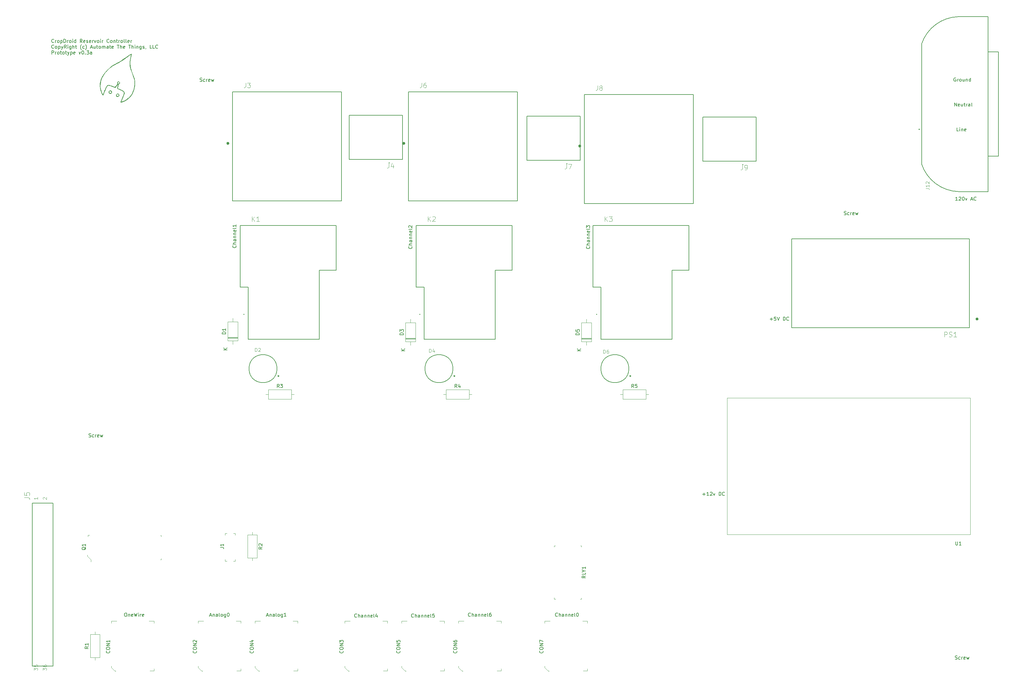
<source format=gto>
G04 #@! TF.GenerationSoftware,KiCad,Pcbnew,5.1.5-52549c5~84~ubuntu18.04.1*
G04 #@! TF.CreationDate,2020-02-09T17:31:39-05:00*
G04 #@! TF.ProjectId,cropdroid-reservoir,63726f70-6472-46f6-9964-2d7265736572,0.3a*
G04 #@! TF.SameCoordinates,Original*
G04 #@! TF.FileFunction,Legend,Top*
G04 #@! TF.FilePolarity,Positive*
%FSLAX46Y46*%
G04 Gerber Fmt 4.6, Leading zero omitted, Abs format (unit mm)*
G04 Created by KiCad (PCBNEW 5.1.5-52549c5~84~ubuntu18.04.1) date 2020-02-09 17:31:39*
%MOMM*%
%LPD*%
G04 APERTURE LIST*
%ADD10C,0.150000*%
%ADD11C,0.010000*%
%ADD12C,0.400000*%
%ADD13C,0.127000*%
%ADD14C,0.200000*%
%ADD15C,0.120000*%
%ADD16C,0.152400*%
%ADD17C,0.300000*%
%ADD18C,0.100000*%
%ADD19C,0.015000*%
G04 APERTURE END LIST*
D10*
X224663333Y-96845428D02*
X225425238Y-96845428D01*
X225044285Y-97226380D02*
X225044285Y-96464476D01*
X226377619Y-96226380D02*
X225901428Y-96226380D01*
X225853809Y-96702571D01*
X225901428Y-96654952D01*
X225996666Y-96607333D01*
X226234761Y-96607333D01*
X226330000Y-96654952D01*
X226377619Y-96702571D01*
X226425238Y-96797809D01*
X226425238Y-97035904D01*
X226377619Y-97131142D01*
X226330000Y-97178761D01*
X226234761Y-97226380D01*
X225996666Y-97226380D01*
X225901428Y-97178761D01*
X225853809Y-97131142D01*
X226710952Y-96226380D02*
X227044285Y-97226380D01*
X227377619Y-96226380D01*
X228472857Y-97226380D02*
X228472857Y-96226380D01*
X228710952Y-96226380D01*
X228853809Y-96274000D01*
X228949047Y-96369238D01*
X228996666Y-96464476D01*
X229044285Y-96654952D01*
X229044285Y-96797809D01*
X228996666Y-96988285D01*
X228949047Y-97083523D01*
X228853809Y-97178761D01*
X228710952Y-97226380D01*
X228472857Y-97226380D01*
X230044285Y-97131142D02*
X229996666Y-97178761D01*
X229853809Y-97226380D01*
X229758571Y-97226380D01*
X229615714Y-97178761D01*
X229520476Y-97083523D01*
X229472857Y-96988285D01*
X229425238Y-96797809D01*
X229425238Y-96654952D01*
X229472857Y-96464476D01*
X229520476Y-96369238D01*
X229615714Y-96274000D01*
X229758571Y-96226380D01*
X229853809Y-96226380D01*
X229996666Y-96274000D01*
X230044285Y-96321619D01*
X205438761Y-146883428D02*
X206200666Y-146883428D01*
X205819714Y-147264380D02*
X205819714Y-146502476D01*
X207200666Y-147264380D02*
X206629238Y-147264380D01*
X206914952Y-147264380D02*
X206914952Y-146264380D01*
X206819714Y-146407238D01*
X206724476Y-146502476D01*
X206629238Y-146550095D01*
X207581619Y-146359619D02*
X207629238Y-146312000D01*
X207724476Y-146264380D01*
X207962571Y-146264380D01*
X208057809Y-146312000D01*
X208105428Y-146359619D01*
X208153047Y-146454857D01*
X208153047Y-146550095D01*
X208105428Y-146692952D01*
X207534000Y-147264380D01*
X208153047Y-147264380D01*
X208486380Y-146597714D02*
X208724476Y-147264380D01*
X208962571Y-146597714D01*
X210105428Y-147264380D02*
X210105428Y-146264380D01*
X210343523Y-146264380D01*
X210486380Y-146312000D01*
X210581619Y-146407238D01*
X210629238Y-146502476D01*
X210676857Y-146692952D01*
X210676857Y-146835809D01*
X210629238Y-147026285D01*
X210581619Y-147121523D01*
X210486380Y-147216761D01*
X210343523Y-147264380D01*
X210105428Y-147264380D01*
X211676857Y-147169142D02*
X211629238Y-147216761D01*
X211486380Y-147264380D01*
X211391142Y-147264380D01*
X211248285Y-147216761D01*
X211153047Y-147121523D01*
X211105428Y-147026285D01*
X211057809Y-146835809D01*
X211057809Y-146692952D01*
X211105428Y-146502476D01*
X211153047Y-146407238D01*
X211248285Y-146312000D01*
X211391142Y-146264380D01*
X211486380Y-146264380D01*
X211629238Y-146312000D01*
X211676857Y-146359619D01*
X277796857Y-27948000D02*
X277701619Y-27900380D01*
X277558761Y-27900380D01*
X277415904Y-27948000D01*
X277320666Y-28043238D01*
X277273047Y-28138476D01*
X277225428Y-28328952D01*
X277225428Y-28471809D01*
X277273047Y-28662285D01*
X277320666Y-28757523D01*
X277415904Y-28852761D01*
X277558761Y-28900380D01*
X277654000Y-28900380D01*
X277796857Y-28852761D01*
X277844476Y-28805142D01*
X277844476Y-28471809D01*
X277654000Y-28471809D01*
X278273047Y-28900380D02*
X278273047Y-28233714D01*
X278273047Y-28424190D02*
X278320666Y-28328952D01*
X278368285Y-28281333D01*
X278463523Y-28233714D01*
X278558761Y-28233714D01*
X279034952Y-28900380D02*
X278939714Y-28852761D01*
X278892095Y-28805142D01*
X278844476Y-28709904D01*
X278844476Y-28424190D01*
X278892095Y-28328952D01*
X278939714Y-28281333D01*
X279034952Y-28233714D01*
X279177809Y-28233714D01*
X279273047Y-28281333D01*
X279320666Y-28328952D01*
X279368285Y-28424190D01*
X279368285Y-28709904D01*
X279320666Y-28805142D01*
X279273047Y-28852761D01*
X279177809Y-28900380D01*
X279034952Y-28900380D01*
X280225428Y-28233714D02*
X280225428Y-28900380D01*
X279796857Y-28233714D02*
X279796857Y-28757523D01*
X279844476Y-28852761D01*
X279939714Y-28900380D01*
X280082571Y-28900380D01*
X280177809Y-28852761D01*
X280225428Y-28805142D01*
X280701619Y-28233714D02*
X280701619Y-28900380D01*
X280701619Y-28328952D02*
X280749238Y-28281333D01*
X280844476Y-28233714D01*
X280987333Y-28233714D01*
X281082571Y-28281333D01*
X281130190Y-28376571D01*
X281130190Y-28900380D01*
X282034952Y-28900380D02*
X282034952Y-27900380D01*
X282034952Y-28852761D02*
X281939714Y-28900380D01*
X281749238Y-28900380D01*
X281654000Y-28852761D01*
X281606380Y-28805142D01*
X281558761Y-28709904D01*
X281558761Y-28424190D01*
X281606380Y-28328952D01*
X281654000Y-28281333D01*
X281749238Y-28233714D01*
X281939714Y-28233714D01*
X282034952Y-28281333D01*
X277431809Y-36012380D02*
X277431809Y-35012380D01*
X278003238Y-36012380D01*
X278003238Y-35012380D01*
X278860380Y-35964761D02*
X278765142Y-36012380D01*
X278574666Y-36012380D01*
X278479428Y-35964761D01*
X278431809Y-35869523D01*
X278431809Y-35488571D01*
X278479428Y-35393333D01*
X278574666Y-35345714D01*
X278765142Y-35345714D01*
X278860380Y-35393333D01*
X278908000Y-35488571D01*
X278908000Y-35583809D01*
X278431809Y-35679047D01*
X279765142Y-35345714D02*
X279765142Y-36012380D01*
X279336571Y-35345714D02*
X279336571Y-35869523D01*
X279384190Y-35964761D01*
X279479428Y-36012380D01*
X279622285Y-36012380D01*
X279717523Y-35964761D01*
X279765142Y-35917142D01*
X280098476Y-35345714D02*
X280479428Y-35345714D01*
X280241333Y-35012380D02*
X280241333Y-35869523D01*
X280288952Y-35964761D01*
X280384190Y-36012380D01*
X280479428Y-36012380D01*
X280812761Y-36012380D02*
X280812761Y-35345714D01*
X280812761Y-35536190D02*
X280860380Y-35440952D01*
X280908000Y-35393333D01*
X281003238Y-35345714D01*
X281098476Y-35345714D01*
X281860380Y-36012380D02*
X281860380Y-35488571D01*
X281812761Y-35393333D01*
X281717523Y-35345714D01*
X281527047Y-35345714D01*
X281431809Y-35393333D01*
X281860380Y-35964761D02*
X281765142Y-36012380D01*
X281527047Y-36012380D01*
X281431809Y-35964761D01*
X281384190Y-35869523D01*
X281384190Y-35774285D01*
X281431809Y-35679047D01*
X281527047Y-35631428D01*
X281765142Y-35631428D01*
X281860380Y-35583809D01*
X282479428Y-36012380D02*
X282384190Y-35964761D01*
X282336571Y-35869523D01*
X282336571Y-35012380D01*
X278590476Y-43124380D02*
X278114285Y-43124380D01*
X278114285Y-42124380D01*
X278923809Y-43124380D02*
X278923809Y-42457714D01*
X278923809Y-42124380D02*
X278876190Y-42172000D01*
X278923809Y-42219619D01*
X278971428Y-42172000D01*
X278923809Y-42124380D01*
X278923809Y-42219619D01*
X279400000Y-42457714D02*
X279400000Y-43124380D01*
X279400000Y-42552952D02*
X279447619Y-42505333D01*
X279542857Y-42457714D01*
X279685714Y-42457714D01*
X279780952Y-42505333D01*
X279828571Y-42600571D01*
X279828571Y-43124380D01*
X280685714Y-43076761D02*
X280590476Y-43124380D01*
X280400000Y-43124380D01*
X280304761Y-43076761D01*
X280257142Y-42981523D01*
X280257142Y-42600571D01*
X280304761Y-42505333D01*
X280400000Y-42457714D01*
X280590476Y-42457714D01*
X280685714Y-42505333D01*
X280733333Y-42600571D01*
X280733333Y-42695809D01*
X280257142Y-42791047D01*
X278312857Y-62936380D02*
X277741428Y-62936380D01*
X278027142Y-62936380D02*
X278027142Y-61936380D01*
X277931904Y-62079238D01*
X277836666Y-62174476D01*
X277741428Y-62222095D01*
X278693809Y-62031619D02*
X278741428Y-61984000D01*
X278836666Y-61936380D01*
X279074761Y-61936380D01*
X279170000Y-61984000D01*
X279217619Y-62031619D01*
X279265238Y-62126857D01*
X279265238Y-62222095D01*
X279217619Y-62364952D01*
X278646190Y-62936380D01*
X279265238Y-62936380D01*
X279884285Y-61936380D02*
X279979523Y-61936380D01*
X280074761Y-61984000D01*
X280122380Y-62031619D01*
X280170000Y-62126857D01*
X280217619Y-62317333D01*
X280217619Y-62555428D01*
X280170000Y-62745904D01*
X280122380Y-62841142D01*
X280074761Y-62888761D01*
X279979523Y-62936380D01*
X279884285Y-62936380D01*
X279789047Y-62888761D01*
X279741428Y-62841142D01*
X279693809Y-62745904D01*
X279646190Y-62555428D01*
X279646190Y-62317333D01*
X279693809Y-62126857D01*
X279741428Y-62031619D01*
X279789047Y-61984000D01*
X279884285Y-61936380D01*
X280550952Y-62269714D02*
X280789047Y-62936380D01*
X281027142Y-62269714D01*
X282122380Y-62650666D02*
X282598571Y-62650666D01*
X282027142Y-62936380D02*
X282360476Y-61936380D01*
X282693809Y-62936380D01*
X283598571Y-62841142D02*
X283550952Y-62888761D01*
X283408095Y-62936380D01*
X283312857Y-62936380D01*
X283170000Y-62888761D01*
X283074761Y-62793523D01*
X283027142Y-62698285D01*
X282979523Y-62507809D01*
X282979523Y-62364952D01*
X283027142Y-62174476D01*
X283074761Y-62079238D01*
X283170000Y-61984000D01*
X283312857Y-61936380D01*
X283408095Y-61936380D01*
X283550952Y-61984000D01*
X283598571Y-62031619D01*
X173077142Y-76072666D02*
X173124761Y-76120285D01*
X173172380Y-76263142D01*
X173172380Y-76358380D01*
X173124761Y-76501238D01*
X173029523Y-76596476D01*
X172934285Y-76644095D01*
X172743809Y-76691714D01*
X172600952Y-76691714D01*
X172410476Y-76644095D01*
X172315238Y-76596476D01*
X172220000Y-76501238D01*
X172172380Y-76358380D01*
X172172380Y-76263142D01*
X172220000Y-76120285D01*
X172267619Y-76072666D01*
X173172380Y-75644095D02*
X172172380Y-75644095D01*
X173172380Y-75215523D02*
X172648571Y-75215523D01*
X172553333Y-75263142D01*
X172505714Y-75358380D01*
X172505714Y-75501238D01*
X172553333Y-75596476D01*
X172600952Y-75644095D01*
X173172380Y-74310761D02*
X172648571Y-74310761D01*
X172553333Y-74358380D01*
X172505714Y-74453619D01*
X172505714Y-74644095D01*
X172553333Y-74739333D01*
X173124761Y-74310761D02*
X173172380Y-74406000D01*
X173172380Y-74644095D01*
X173124761Y-74739333D01*
X173029523Y-74786952D01*
X172934285Y-74786952D01*
X172839047Y-74739333D01*
X172791428Y-74644095D01*
X172791428Y-74406000D01*
X172743809Y-74310761D01*
X172505714Y-73834571D02*
X173172380Y-73834571D01*
X172600952Y-73834571D02*
X172553333Y-73786952D01*
X172505714Y-73691714D01*
X172505714Y-73548857D01*
X172553333Y-73453619D01*
X172648571Y-73406000D01*
X173172380Y-73406000D01*
X172505714Y-72929809D02*
X173172380Y-72929809D01*
X172600952Y-72929809D02*
X172553333Y-72882190D01*
X172505714Y-72786952D01*
X172505714Y-72644095D01*
X172553333Y-72548857D01*
X172648571Y-72501238D01*
X173172380Y-72501238D01*
X173124761Y-71644095D02*
X173172380Y-71739333D01*
X173172380Y-71929809D01*
X173124761Y-72025047D01*
X173029523Y-72072666D01*
X172648571Y-72072666D01*
X172553333Y-72025047D01*
X172505714Y-71929809D01*
X172505714Y-71739333D01*
X172553333Y-71644095D01*
X172648571Y-71596476D01*
X172743809Y-71596476D01*
X172839047Y-72072666D01*
X173172380Y-71025047D02*
X173124761Y-71120285D01*
X173029523Y-71167904D01*
X172172380Y-71167904D01*
X172172380Y-70739333D02*
X172172380Y-70120285D01*
X172553333Y-70453619D01*
X172553333Y-70310761D01*
X172600952Y-70215523D01*
X172648571Y-70167904D01*
X172743809Y-70120285D01*
X172981904Y-70120285D01*
X173077142Y-70167904D01*
X173124761Y-70215523D01*
X173172380Y-70310761D01*
X173172380Y-70596476D01*
X173124761Y-70691714D01*
X173077142Y-70739333D01*
X122277142Y-76072666D02*
X122324761Y-76120285D01*
X122372380Y-76263142D01*
X122372380Y-76358380D01*
X122324761Y-76501238D01*
X122229523Y-76596476D01*
X122134285Y-76644095D01*
X121943809Y-76691714D01*
X121800952Y-76691714D01*
X121610476Y-76644095D01*
X121515238Y-76596476D01*
X121420000Y-76501238D01*
X121372380Y-76358380D01*
X121372380Y-76263142D01*
X121420000Y-76120285D01*
X121467619Y-76072666D01*
X122372380Y-75644095D02*
X121372380Y-75644095D01*
X122372380Y-75215523D02*
X121848571Y-75215523D01*
X121753333Y-75263142D01*
X121705714Y-75358380D01*
X121705714Y-75501238D01*
X121753333Y-75596476D01*
X121800952Y-75644095D01*
X122372380Y-74310761D02*
X121848571Y-74310761D01*
X121753333Y-74358380D01*
X121705714Y-74453619D01*
X121705714Y-74644095D01*
X121753333Y-74739333D01*
X122324761Y-74310761D02*
X122372380Y-74406000D01*
X122372380Y-74644095D01*
X122324761Y-74739333D01*
X122229523Y-74786952D01*
X122134285Y-74786952D01*
X122039047Y-74739333D01*
X121991428Y-74644095D01*
X121991428Y-74406000D01*
X121943809Y-74310761D01*
X121705714Y-73834571D02*
X122372380Y-73834571D01*
X121800952Y-73834571D02*
X121753333Y-73786952D01*
X121705714Y-73691714D01*
X121705714Y-73548857D01*
X121753333Y-73453619D01*
X121848571Y-73406000D01*
X122372380Y-73406000D01*
X121705714Y-72929809D02*
X122372380Y-72929809D01*
X121800952Y-72929809D02*
X121753333Y-72882190D01*
X121705714Y-72786952D01*
X121705714Y-72644095D01*
X121753333Y-72548857D01*
X121848571Y-72501238D01*
X122372380Y-72501238D01*
X122324761Y-71644095D02*
X122372380Y-71739333D01*
X122372380Y-71929809D01*
X122324761Y-72025047D01*
X122229523Y-72072666D01*
X121848571Y-72072666D01*
X121753333Y-72025047D01*
X121705714Y-71929809D01*
X121705714Y-71739333D01*
X121753333Y-71644095D01*
X121848571Y-71596476D01*
X121943809Y-71596476D01*
X122039047Y-72072666D01*
X122372380Y-71025047D02*
X122324761Y-71120285D01*
X122229523Y-71167904D01*
X121372380Y-71167904D01*
X121467619Y-70691714D02*
X121420000Y-70644095D01*
X121372380Y-70548857D01*
X121372380Y-70310761D01*
X121420000Y-70215523D01*
X121467619Y-70167904D01*
X121562857Y-70120285D01*
X121658095Y-70120285D01*
X121800952Y-70167904D01*
X122372380Y-70739333D01*
X122372380Y-70120285D01*
X71985142Y-75818666D02*
X72032761Y-75866285D01*
X72080380Y-76009142D01*
X72080380Y-76104380D01*
X72032761Y-76247238D01*
X71937523Y-76342476D01*
X71842285Y-76390095D01*
X71651809Y-76437714D01*
X71508952Y-76437714D01*
X71318476Y-76390095D01*
X71223238Y-76342476D01*
X71128000Y-76247238D01*
X71080380Y-76104380D01*
X71080380Y-76009142D01*
X71128000Y-75866285D01*
X71175619Y-75818666D01*
X72080380Y-75390095D02*
X71080380Y-75390095D01*
X72080380Y-74961523D02*
X71556571Y-74961523D01*
X71461333Y-75009142D01*
X71413714Y-75104380D01*
X71413714Y-75247238D01*
X71461333Y-75342476D01*
X71508952Y-75390095D01*
X72080380Y-74056761D02*
X71556571Y-74056761D01*
X71461333Y-74104380D01*
X71413714Y-74199619D01*
X71413714Y-74390095D01*
X71461333Y-74485333D01*
X72032761Y-74056761D02*
X72080380Y-74152000D01*
X72080380Y-74390095D01*
X72032761Y-74485333D01*
X71937523Y-74532952D01*
X71842285Y-74532952D01*
X71747047Y-74485333D01*
X71699428Y-74390095D01*
X71699428Y-74152000D01*
X71651809Y-74056761D01*
X71413714Y-73580571D02*
X72080380Y-73580571D01*
X71508952Y-73580571D02*
X71461333Y-73532952D01*
X71413714Y-73437714D01*
X71413714Y-73294857D01*
X71461333Y-73199619D01*
X71556571Y-73152000D01*
X72080380Y-73152000D01*
X71413714Y-72675809D02*
X72080380Y-72675809D01*
X71508952Y-72675809D02*
X71461333Y-72628190D01*
X71413714Y-72532952D01*
X71413714Y-72390095D01*
X71461333Y-72294857D01*
X71556571Y-72247238D01*
X72080380Y-72247238D01*
X72032761Y-71390095D02*
X72080380Y-71485333D01*
X72080380Y-71675809D01*
X72032761Y-71771047D01*
X71937523Y-71818666D01*
X71556571Y-71818666D01*
X71461333Y-71771047D01*
X71413714Y-71675809D01*
X71413714Y-71485333D01*
X71461333Y-71390095D01*
X71556571Y-71342476D01*
X71651809Y-71342476D01*
X71747047Y-71818666D01*
X72080380Y-70771047D02*
X72032761Y-70866285D01*
X71937523Y-70913904D01*
X71080380Y-70913904D01*
X72080380Y-69866285D02*
X72080380Y-70437714D01*
X72080380Y-70152000D02*
X71080380Y-70152000D01*
X71223238Y-70247238D01*
X71318476Y-70342476D01*
X71366095Y-70437714D01*
X139065333Y-181713142D02*
X139017714Y-181760761D01*
X138874857Y-181808380D01*
X138779619Y-181808380D01*
X138636761Y-181760761D01*
X138541523Y-181665523D01*
X138493904Y-181570285D01*
X138446285Y-181379809D01*
X138446285Y-181236952D01*
X138493904Y-181046476D01*
X138541523Y-180951238D01*
X138636761Y-180856000D01*
X138779619Y-180808380D01*
X138874857Y-180808380D01*
X139017714Y-180856000D01*
X139065333Y-180903619D01*
X139493904Y-181808380D02*
X139493904Y-180808380D01*
X139922476Y-181808380D02*
X139922476Y-181284571D01*
X139874857Y-181189333D01*
X139779619Y-181141714D01*
X139636761Y-181141714D01*
X139541523Y-181189333D01*
X139493904Y-181236952D01*
X140827238Y-181808380D02*
X140827238Y-181284571D01*
X140779619Y-181189333D01*
X140684380Y-181141714D01*
X140493904Y-181141714D01*
X140398666Y-181189333D01*
X140827238Y-181760761D02*
X140732000Y-181808380D01*
X140493904Y-181808380D01*
X140398666Y-181760761D01*
X140351047Y-181665523D01*
X140351047Y-181570285D01*
X140398666Y-181475047D01*
X140493904Y-181427428D01*
X140732000Y-181427428D01*
X140827238Y-181379809D01*
X141303428Y-181141714D02*
X141303428Y-181808380D01*
X141303428Y-181236952D02*
X141351047Y-181189333D01*
X141446285Y-181141714D01*
X141589142Y-181141714D01*
X141684380Y-181189333D01*
X141732000Y-181284571D01*
X141732000Y-181808380D01*
X142208190Y-181141714D02*
X142208190Y-181808380D01*
X142208190Y-181236952D02*
X142255809Y-181189333D01*
X142351047Y-181141714D01*
X142493904Y-181141714D01*
X142589142Y-181189333D01*
X142636761Y-181284571D01*
X142636761Y-181808380D01*
X143493904Y-181760761D02*
X143398666Y-181808380D01*
X143208190Y-181808380D01*
X143112952Y-181760761D01*
X143065333Y-181665523D01*
X143065333Y-181284571D01*
X143112952Y-181189333D01*
X143208190Y-181141714D01*
X143398666Y-181141714D01*
X143493904Y-181189333D01*
X143541523Y-181284571D01*
X143541523Y-181379809D01*
X143065333Y-181475047D01*
X144112952Y-181808380D02*
X144017714Y-181760761D01*
X143970095Y-181665523D01*
X143970095Y-180808380D01*
X144922476Y-180808380D02*
X144732000Y-180808380D01*
X144636761Y-180856000D01*
X144589142Y-180903619D01*
X144493904Y-181046476D01*
X144446285Y-181236952D01*
X144446285Y-181617904D01*
X144493904Y-181713142D01*
X144541523Y-181760761D01*
X144636761Y-181808380D01*
X144827238Y-181808380D01*
X144922476Y-181760761D01*
X144970095Y-181713142D01*
X145017714Y-181617904D01*
X145017714Y-181379809D01*
X144970095Y-181284571D01*
X144922476Y-181236952D01*
X144827238Y-181189333D01*
X144636761Y-181189333D01*
X144541523Y-181236952D01*
X144493904Y-181284571D01*
X144446285Y-181379809D01*
X122809333Y-181967142D02*
X122761714Y-182014761D01*
X122618857Y-182062380D01*
X122523619Y-182062380D01*
X122380761Y-182014761D01*
X122285523Y-181919523D01*
X122237904Y-181824285D01*
X122190285Y-181633809D01*
X122190285Y-181490952D01*
X122237904Y-181300476D01*
X122285523Y-181205238D01*
X122380761Y-181110000D01*
X122523619Y-181062380D01*
X122618857Y-181062380D01*
X122761714Y-181110000D01*
X122809333Y-181157619D01*
X123237904Y-182062380D02*
X123237904Y-181062380D01*
X123666476Y-182062380D02*
X123666476Y-181538571D01*
X123618857Y-181443333D01*
X123523619Y-181395714D01*
X123380761Y-181395714D01*
X123285523Y-181443333D01*
X123237904Y-181490952D01*
X124571238Y-182062380D02*
X124571238Y-181538571D01*
X124523619Y-181443333D01*
X124428380Y-181395714D01*
X124237904Y-181395714D01*
X124142666Y-181443333D01*
X124571238Y-182014761D02*
X124476000Y-182062380D01*
X124237904Y-182062380D01*
X124142666Y-182014761D01*
X124095047Y-181919523D01*
X124095047Y-181824285D01*
X124142666Y-181729047D01*
X124237904Y-181681428D01*
X124476000Y-181681428D01*
X124571238Y-181633809D01*
X125047428Y-181395714D02*
X125047428Y-182062380D01*
X125047428Y-181490952D02*
X125095047Y-181443333D01*
X125190285Y-181395714D01*
X125333142Y-181395714D01*
X125428380Y-181443333D01*
X125476000Y-181538571D01*
X125476000Y-182062380D01*
X125952190Y-181395714D02*
X125952190Y-182062380D01*
X125952190Y-181490952D02*
X125999809Y-181443333D01*
X126095047Y-181395714D01*
X126237904Y-181395714D01*
X126333142Y-181443333D01*
X126380761Y-181538571D01*
X126380761Y-182062380D01*
X127237904Y-182014761D02*
X127142666Y-182062380D01*
X126952190Y-182062380D01*
X126856952Y-182014761D01*
X126809333Y-181919523D01*
X126809333Y-181538571D01*
X126856952Y-181443333D01*
X126952190Y-181395714D01*
X127142666Y-181395714D01*
X127237904Y-181443333D01*
X127285523Y-181538571D01*
X127285523Y-181633809D01*
X126809333Y-181729047D01*
X127856952Y-182062380D02*
X127761714Y-182014761D01*
X127714095Y-181919523D01*
X127714095Y-181062380D01*
X128714095Y-181062380D02*
X128237904Y-181062380D01*
X128190285Y-181538571D01*
X128237904Y-181490952D01*
X128333142Y-181443333D01*
X128571238Y-181443333D01*
X128666476Y-181490952D01*
X128714095Y-181538571D01*
X128761714Y-181633809D01*
X128761714Y-181871904D01*
X128714095Y-181967142D01*
X128666476Y-182014761D01*
X128571238Y-182062380D01*
X128333142Y-182062380D01*
X128237904Y-182014761D01*
X128190285Y-181967142D01*
X106553333Y-181967142D02*
X106505714Y-182014761D01*
X106362857Y-182062380D01*
X106267619Y-182062380D01*
X106124761Y-182014761D01*
X106029523Y-181919523D01*
X105981904Y-181824285D01*
X105934285Y-181633809D01*
X105934285Y-181490952D01*
X105981904Y-181300476D01*
X106029523Y-181205238D01*
X106124761Y-181110000D01*
X106267619Y-181062380D01*
X106362857Y-181062380D01*
X106505714Y-181110000D01*
X106553333Y-181157619D01*
X106981904Y-182062380D02*
X106981904Y-181062380D01*
X107410476Y-182062380D02*
X107410476Y-181538571D01*
X107362857Y-181443333D01*
X107267619Y-181395714D01*
X107124761Y-181395714D01*
X107029523Y-181443333D01*
X106981904Y-181490952D01*
X108315238Y-182062380D02*
X108315238Y-181538571D01*
X108267619Y-181443333D01*
X108172380Y-181395714D01*
X107981904Y-181395714D01*
X107886666Y-181443333D01*
X108315238Y-182014761D02*
X108220000Y-182062380D01*
X107981904Y-182062380D01*
X107886666Y-182014761D01*
X107839047Y-181919523D01*
X107839047Y-181824285D01*
X107886666Y-181729047D01*
X107981904Y-181681428D01*
X108220000Y-181681428D01*
X108315238Y-181633809D01*
X108791428Y-181395714D02*
X108791428Y-182062380D01*
X108791428Y-181490952D02*
X108839047Y-181443333D01*
X108934285Y-181395714D01*
X109077142Y-181395714D01*
X109172380Y-181443333D01*
X109220000Y-181538571D01*
X109220000Y-182062380D01*
X109696190Y-181395714D02*
X109696190Y-182062380D01*
X109696190Y-181490952D02*
X109743809Y-181443333D01*
X109839047Y-181395714D01*
X109981904Y-181395714D01*
X110077142Y-181443333D01*
X110124761Y-181538571D01*
X110124761Y-182062380D01*
X110981904Y-182014761D02*
X110886666Y-182062380D01*
X110696190Y-182062380D01*
X110600952Y-182014761D01*
X110553333Y-181919523D01*
X110553333Y-181538571D01*
X110600952Y-181443333D01*
X110696190Y-181395714D01*
X110886666Y-181395714D01*
X110981904Y-181443333D01*
X111029523Y-181538571D01*
X111029523Y-181633809D01*
X110553333Y-181729047D01*
X111600952Y-182062380D02*
X111505714Y-182014761D01*
X111458095Y-181919523D01*
X111458095Y-181062380D01*
X112410476Y-181395714D02*
X112410476Y-182062380D01*
X112172380Y-181014761D02*
X111934285Y-181729047D01*
X112553333Y-181729047D01*
X163957333Y-181713142D02*
X163909714Y-181760761D01*
X163766857Y-181808380D01*
X163671619Y-181808380D01*
X163528761Y-181760761D01*
X163433523Y-181665523D01*
X163385904Y-181570285D01*
X163338285Y-181379809D01*
X163338285Y-181236952D01*
X163385904Y-181046476D01*
X163433523Y-180951238D01*
X163528761Y-180856000D01*
X163671619Y-180808380D01*
X163766857Y-180808380D01*
X163909714Y-180856000D01*
X163957333Y-180903619D01*
X164385904Y-181808380D02*
X164385904Y-180808380D01*
X164814476Y-181808380D02*
X164814476Y-181284571D01*
X164766857Y-181189333D01*
X164671619Y-181141714D01*
X164528761Y-181141714D01*
X164433523Y-181189333D01*
X164385904Y-181236952D01*
X165719238Y-181808380D02*
X165719238Y-181284571D01*
X165671619Y-181189333D01*
X165576380Y-181141714D01*
X165385904Y-181141714D01*
X165290666Y-181189333D01*
X165719238Y-181760761D02*
X165624000Y-181808380D01*
X165385904Y-181808380D01*
X165290666Y-181760761D01*
X165243047Y-181665523D01*
X165243047Y-181570285D01*
X165290666Y-181475047D01*
X165385904Y-181427428D01*
X165624000Y-181427428D01*
X165719238Y-181379809D01*
X166195428Y-181141714D02*
X166195428Y-181808380D01*
X166195428Y-181236952D02*
X166243047Y-181189333D01*
X166338285Y-181141714D01*
X166481142Y-181141714D01*
X166576380Y-181189333D01*
X166624000Y-181284571D01*
X166624000Y-181808380D01*
X167100190Y-181141714D02*
X167100190Y-181808380D01*
X167100190Y-181236952D02*
X167147809Y-181189333D01*
X167243047Y-181141714D01*
X167385904Y-181141714D01*
X167481142Y-181189333D01*
X167528761Y-181284571D01*
X167528761Y-181808380D01*
X168385904Y-181760761D02*
X168290666Y-181808380D01*
X168100190Y-181808380D01*
X168004952Y-181760761D01*
X167957333Y-181665523D01*
X167957333Y-181284571D01*
X168004952Y-181189333D01*
X168100190Y-181141714D01*
X168290666Y-181141714D01*
X168385904Y-181189333D01*
X168433523Y-181284571D01*
X168433523Y-181379809D01*
X167957333Y-181475047D01*
X169004952Y-181808380D02*
X168909714Y-181760761D01*
X168862095Y-181665523D01*
X168862095Y-180808380D01*
X169576380Y-180808380D02*
X169671619Y-180808380D01*
X169766857Y-180856000D01*
X169814476Y-180903619D01*
X169862095Y-180998857D01*
X169909714Y-181189333D01*
X169909714Y-181427428D01*
X169862095Y-181617904D01*
X169814476Y-181713142D01*
X169766857Y-181760761D01*
X169671619Y-181808380D01*
X169576380Y-181808380D01*
X169481142Y-181760761D01*
X169433523Y-181713142D01*
X169385904Y-181617904D01*
X169338285Y-181427428D01*
X169338285Y-181189333D01*
X169385904Y-180998857D01*
X169433523Y-180903619D01*
X169481142Y-180856000D01*
X169576380Y-180808380D01*
X80780285Y-181522666D02*
X81256476Y-181522666D01*
X80685047Y-181808380D02*
X81018380Y-180808380D01*
X81351714Y-181808380D01*
X81685047Y-181141714D02*
X81685047Y-181808380D01*
X81685047Y-181236952D02*
X81732666Y-181189333D01*
X81827904Y-181141714D01*
X81970761Y-181141714D01*
X82066000Y-181189333D01*
X82113619Y-181284571D01*
X82113619Y-181808380D01*
X83018380Y-181808380D02*
X83018380Y-181284571D01*
X82970761Y-181189333D01*
X82875523Y-181141714D01*
X82685047Y-181141714D01*
X82589809Y-181189333D01*
X83018380Y-181760761D02*
X82923142Y-181808380D01*
X82685047Y-181808380D01*
X82589809Y-181760761D01*
X82542190Y-181665523D01*
X82542190Y-181570285D01*
X82589809Y-181475047D01*
X82685047Y-181427428D01*
X82923142Y-181427428D01*
X83018380Y-181379809D01*
X83637428Y-181808380D02*
X83542190Y-181760761D01*
X83494571Y-181665523D01*
X83494571Y-180808380D01*
X84161238Y-181808380D02*
X84066000Y-181760761D01*
X84018380Y-181713142D01*
X83970761Y-181617904D01*
X83970761Y-181332190D01*
X84018380Y-181236952D01*
X84066000Y-181189333D01*
X84161238Y-181141714D01*
X84304095Y-181141714D01*
X84399333Y-181189333D01*
X84446952Y-181236952D01*
X84494571Y-181332190D01*
X84494571Y-181617904D01*
X84446952Y-181713142D01*
X84399333Y-181760761D01*
X84304095Y-181808380D01*
X84161238Y-181808380D01*
X85351714Y-181141714D02*
X85351714Y-181951238D01*
X85304095Y-182046476D01*
X85256476Y-182094095D01*
X85161238Y-182141714D01*
X85018380Y-182141714D01*
X84923142Y-182094095D01*
X85351714Y-181760761D02*
X85256476Y-181808380D01*
X85066000Y-181808380D01*
X84970761Y-181760761D01*
X84923142Y-181713142D01*
X84875523Y-181617904D01*
X84875523Y-181332190D01*
X84923142Y-181236952D01*
X84970761Y-181189333D01*
X85066000Y-181141714D01*
X85256476Y-181141714D01*
X85351714Y-181189333D01*
X86351714Y-181808380D02*
X85780285Y-181808380D01*
X86066000Y-181808380D02*
X86066000Y-180808380D01*
X85970761Y-180951238D01*
X85875523Y-181046476D01*
X85780285Y-181094095D01*
X64524285Y-181522666D02*
X65000476Y-181522666D01*
X64429047Y-181808380D02*
X64762380Y-180808380D01*
X65095714Y-181808380D01*
X65429047Y-181141714D02*
X65429047Y-181808380D01*
X65429047Y-181236952D02*
X65476666Y-181189333D01*
X65571904Y-181141714D01*
X65714761Y-181141714D01*
X65810000Y-181189333D01*
X65857619Y-181284571D01*
X65857619Y-181808380D01*
X66762380Y-181808380D02*
X66762380Y-181284571D01*
X66714761Y-181189333D01*
X66619523Y-181141714D01*
X66429047Y-181141714D01*
X66333809Y-181189333D01*
X66762380Y-181760761D02*
X66667142Y-181808380D01*
X66429047Y-181808380D01*
X66333809Y-181760761D01*
X66286190Y-181665523D01*
X66286190Y-181570285D01*
X66333809Y-181475047D01*
X66429047Y-181427428D01*
X66667142Y-181427428D01*
X66762380Y-181379809D01*
X67381428Y-181808380D02*
X67286190Y-181760761D01*
X67238571Y-181665523D01*
X67238571Y-180808380D01*
X67905238Y-181808380D02*
X67810000Y-181760761D01*
X67762380Y-181713142D01*
X67714761Y-181617904D01*
X67714761Y-181332190D01*
X67762380Y-181236952D01*
X67810000Y-181189333D01*
X67905238Y-181141714D01*
X68048095Y-181141714D01*
X68143333Y-181189333D01*
X68190952Y-181236952D01*
X68238571Y-181332190D01*
X68238571Y-181617904D01*
X68190952Y-181713142D01*
X68143333Y-181760761D01*
X68048095Y-181808380D01*
X67905238Y-181808380D01*
X69095714Y-181141714D02*
X69095714Y-181951238D01*
X69048095Y-182046476D01*
X69000476Y-182094095D01*
X68905238Y-182141714D01*
X68762380Y-182141714D01*
X68667142Y-182094095D01*
X69095714Y-181760761D02*
X69000476Y-181808380D01*
X68810000Y-181808380D01*
X68714761Y-181760761D01*
X68667142Y-181713142D01*
X68619523Y-181617904D01*
X68619523Y-181332190D01*
X68667142Y-181236952D01*
X68714761Y-181189333D01*
X68810000Y-181141714D01*
X69000476Y-181141714D01*
X69095714Y-181189333D01*
X69762380Y-180808380D02*
X69857619Y-180808380D01*
X69952857Y-180856000D01*
X70000476Y-180903619D01*
X70048095Y-180998857D01*
X70095714Y-181189333D01*
X70095714Y-181427428D01*
X70048095Y-181617904D01*
X70000476Y-181713142D01*
X69952857Y-181760761D01*
X69857619Y-181808380D01*
X69762380Y-181808380D01*
X69667142Y-181760761D01*
X69619523Y-181713142D01*
X69571904Y-181617904D01*
X69524285Y-181427428D01*
X69524285Y-181189333D01*
X69571904Y-180998857D01*
X69619523Y-180903619D01*
X69667142Y-180856000D01*
X69762380Y-180808380D01*
X40402190Y-180808380D02*
X40592666Y-180808380D01*
X40687904Y-180856000D01*
X40783142Y-180951238D01*
X40830761Y-181141714D01*
X40830761Y-181475047D01*
X40783142Y-181665523D01*
X40687904Y-181760761D01*
X40592666Y-181808380D01*
X40402190Y-181808380D01*
X40306952Y-181760761D01*
X40211714Y-181665523D01*
X40164095Y-181475047D01*
X40164095Y-181141714D01*
X40211714Y-180951238D01*
X40306952Y-180856000D01*
X40402190Y-180808380D01*
X41259333Y-181141714D02*
X41259333Y-181808380D01*
X41259333Y-181236952D02*
X41306952Y-181189333D01*
X41402190Y-181141714D01*
X41545047Y-181141714D01*
X41640285Y-181189333D01*
X41687904Y-181284571D01*
X41687904Y-181808380D01*
X42545047Y-181760761D02*
X42449809Y-181808380D01*
X42259333Y-181808380D01*
X42164095Y-181760761D01*
X42116476Y-181665523D01*
X42116476Y-181284571D01*
X42164095Y-181189333D01*
X42259333Y-181141714D01*
X42449809Y-181141714D01*
X42545047Y-181189333D01*
X42592666Y-181284571D01*
X42592666Y-181379809D01*
X42116476Y-181475047D01*
X42926000Y-180808380D02*
X43164095Y-181808380D01*
X43354571Y-181094095D01*
X43545047Y-181808380D01*
X43783142Y-180808380D01*
X44164095Y-181808380D02*
X44164095Y-181141714D01*
X44164095Y-180808380D02*
X44116476Y-180856000D01*
X44164095Y-180903619D01*
X44211714Y-180856000D01*
X44164095Y-180808380D01*
X44164095Y-180903619D01*
X44640285Y-181808380D02*
X44640285Y-181141714D01*
X44640285Y-181332190D02*
X44687904Y-181236952D01*
X44735523Y-181189333D01*
X44830761Y-181141714D01*
X44925999Y-181141714D01*
X45640285Y-181760761D02*
X45545047Y-181808380D01*
X45354571Y-181808380D01*
X45259333Y-181760761D01*
X45211714Y-181665523D01*
X45211714Y-181284571D01*
X45259333Y-181189333D01*
X45354571Y-181141714D01*
X45545047Y-181141714D01*
X45640285Y-181189333D01*
X45687904Y-181284571D01*
X45687904Y-181379809D01*
X45211714Y-181475047D01*
X19957023Y-17757142D02*
X19909404Y-17804761D01*
X19766547Y-17852380D01*
X19671309Y-17852380D01*
X19528452Y-17804761D01*
X19433214Y-17709523D01*
X19385595Y-17614285D01*
X19337976Y-17423809D01*
X19337976Y-17280952D01*
X19385595Y-17090476D01*
X19433214Y-16995238D01*
X19528452Y-16900000D01*
X19671309Y-16852380D01*
X19766547Y-16852380D01*
X19909404Y-16900000D01*
X19957023Y-16947619D01*
X20385595Y-17852380D02*
X20385595Y-17185714D01*
X20385595Y-17376190D02*
X20433214Y-17280952D01*
X20480833Y-17233333D01*
X20576071Y-17185714D01*
X20671309Y-17185714D01*
X21147500Y-17852380D02*
X21052261Y-17804761D01*
X21004642Y-17757142D01*
X20957023Y-17661904D01*
X20957023Y-17376190D01*
X21004642Y-17280952D01*
X21052261Y-17233333D01*
X21147500Y-17185714D01*
X21290357Y-17185714D01*
X21385595Y-17233333D01*
X21433214Y-17280952D01*
X21480833Y-17376190D01*
X21480833Y-17661904D01*
X21433214Y-17757142D01*
X21385595Y-17804761D01*
X21290357Y-17852380D01*
X21147500Y-17852380D01*
X21909404Y-17185714D02*
X21909404Y-18185714D01*
X21909404Y-17233333D02*
X22004642Y-17185714D01*
X22195119Y-17185714D01*
X22290357Y-17233333D01*
X22337976Y-17280952D01*
X22385595Y-17376190D01*
X22385595Y-17661904D01*
X22337976Y-17757142D01*
X22290357Y-17804761D01*
X22195119Y-17852380D01*
X22004642Y-17852380D01*
X21909404Y-17804761D01*
X22814166Y-17852380D02*
X22814166Y-16852380D01*
X23052261Y-16852380D01*
X23195119Y-16900000D01*
X23290357Y-16995238D01*
X23337976Y-17090476D01*
X23385595Y-17280952D01*
X23385595Y-17423809D01*
X23337976Y-17614285D01*
X23290357Y-17709523D01*
X23195119Y-17804761D01*
X23052261Y-17852380D01*
X22814166Y-17852380D01*
X23814166Y-17852380D02*
X23814166Y-17185714D01*
X23814166Y-17376190D02*
X23861785Y-17280952D01*
X23909404Y-17233333D01*
X24004642Y-17185714D01*
X24099880Y-17185714D01*
X24576071Y-17852380D02*
X24480833Y-17804761D01*
X24433214Y-17757142D01*
X24385595Y-17661904D01*
X24385595Y-17376190D01*
X24433214Y-17280952D01*
X24480833Y-17233333D01*
X24576071Y-17185714D01*
X24718928Y-17185714D01*
X24814166Y-17233333D01*
X24861785Y-17280952D01*
X24909404Y-17376190D01*
X24909404Y-17661904D01*
X24861785Y-17757142D01*
X24814166Y-17804761D01*
X24718928Y-17852380D01*
X24576071Y-17852380D01*
X25337976Y-17852380D02*
X25337976Y-17185714D01*
X25337976Y-16852380D02*
X25290357Y-16900000D01*
X25337976Y-16947619D01*
X25385595Y-16900000D01*
X25337976Y-16852380D01*
X25337976Y-16947619D01*
X26242738Y-17852380D02*
X26242738Y-16852380D01*
X26242738Y-17804761D02*
X26147500Y-17852380D01*
X25957023Y-17852380D01*
X25861785Y-17804761D01*
X25814166Y-17757142D01*
X25766547Y-17661904D01*
X25766547Y-17376190D01*
X25814166Y-17280952D01*
X25861785Y-17233333D01*
X25957023Y-17185714D01*
X26147500Y-17185714D01*
X26242738Y-17233333D01*
X28052261Y-17852380D02*
X27718928Y-17376190D01*
X27480833Y-17852380D02*
X27480833Y-16852380D01*
X27861785Y-16852380D01*
X27957023Y-16900000D01*
X28004642Y-16947619D01*
X28052261Y-17042857D01*
X28052261Y-17185714D01*
X28004642Y-17280952D01*
X27957023Y-17328571D01*
X27861785Y-17376190D01*
X27480833Y-17376190D01*
X28861785Y-17804761D02*
X28766547Y-17852380D01*
X28576071Y-17852380D01*
X28480833Y-17804761D01*
X28433214Y-17709523D01*
X28433214Y-17328571D01*
X28480833Y-17233333D01*
X28576071Y-17185714D01*
X28766547Y-17185714D01*
X28861785Y-17233333D01*
X28909404Y-17328571D01*
X28909404Y-17423809D01*
X28433214Y-17519047D01*
X29290357Y-17804761D02*
X29385595Y-17852380D01*
X29576071Y-17852380D01*
X29671309Y-17804761D01*
X29718928Y-17709523D01*
X29718928Y-17661904D01*
X29671309Y-17566666D01*
X29576071Y-17519047D01*
X29433214Y-17519047D01*
X29337976Y-17471428D01*
X29290357Y-17376190D01*
X29290357Y-17328571D01*
X29337976Y-17233333D01*
X29433214Y-17185714D01*
X29576071Y-17185714D01*
X29671309Y-17233333D01*
X30528452Y-17804761D02*
X30433214Y-17852380D01*
X30242738Y-17852380D01*
X30147500Y-17804761D01*
X30099880Y-17709523D01*
X30099880Y-17328571D01*
X30147500Y-17233333D01*
X30242738Y-17185714D01*
X30433214Y-17185714D01*
X30528452Y-17233333D01*
X30576071Y-17328571D01*
X30576071Y-17423809D01*
X30099880Y-17519047D01*
X31004642Y-17852380D02*
X31004642Y-17185714D01*
X31004642Y-17376190D02*
X31052261Y-17280952D01*
X31099880Y-17233333D01*
X31195119Y-17185714D01*
X31290357Y-17185714D01*
X31528452Y-17185714D02*
X31766547Y-17852380D01*
X32004642Y-17185714D01*
X32528452Y-17852380D02*
X32433214Y-17804761D01*
X32385595Y-17757142D01*
X32337976Y-17661904D01*
X32337976Y-17376190D01*
X32385595Y-17280952D01*
X32433214Y-17233333D01*
X32528452Y-17185714D01*
X32671309Y-17185714D01*
X32766547Y-17233333D01*
X32814166Y-17280952D01*
X32861785Y-17376190D01*
X32861785Y-17661904D01*
X32814166Y-17757142D01*
X32766547Y-17804761D01*
X32671309Y-17852380D01*
X32528452Y-17852380D01*
X33290357Y-17852380D02*
X33290357Y-17185714D01*
X33290357Y-16852380D02*
X33242738Y-16900000D01*
X33290357Y-16947619D01*
X33337976Y-16900000D01*
X33290357Y-16852380D01*
X33290357Y-16947619D01*
X33766547Y-17852380D02*
X33766547Y-17185714D01*
X33766547Y-17376190D02*
X33814166Y-17280952D01*
X33861785Y-17233333D01*
X33957023Y-17185714D01*
X34052261Y-17185714D01*
X35718928Y-17757142D02*
X35671309Y-17804761D01*
X35528452Y-17852380D01*
X35433214Y-17852380D01*
X35290357Y-17804761D01*
X35195119Y-17709523D01*
X35147500Y-17614285D01*
X35099880Y-17423809D01*
X35099880Y-17280952D01*
X35147500Y-17090476D01*
X35195119Y-16995238D01*
X35290357Y-16900000D01*
X35433214Y-16852380D01*
X35528452Y-16852380D01*
X35671309Y-16900000D01*
X35718928Y-16947619D01*
X36290357Y-17852380D02*
X36195119Y-17804761D01*
X36147500Y-17757142D01*
X36099880Y-17661904D01*
X36099880Y-17376190D01*
X36147500Y-17280952D01*
X36195119Y-17233333D01*
X36290357Y-17185714D01*
X36433214Y-17185714D01*
X36528452Y-17233333D01*
X36576071Y-17280952D01*
X36623690Y-17376190D01*
X36623690Y-17661904D01*
X36576071Y-17757142D01*
X36528452Y-17804761D01*
X36433214Y-17852380D01*
X36290357Y-17852380D01*
X37052261Y-17185714D02*
X37052261Y-17852380D01*
X37052261Y-17280952D02*
X37099880Y-17233333D01*
X37195119Y-17185714D01*
X37337976Y-17185714D01*
X37433214Y-17233333D01*
X37480833Y-17328571D01*
X37480833Y-17852380D01*
X37814166Y-17185714D02*
X38195119Y-17185714D01*
X37957023Y-16852380D02*
X37957023Y-17709523D01*
X38004642Y-17804761D01*
X38099880Y-17852380D01*
X38195119Y-17852380D01*
X38528452Y-17852380D02*
X38528452Y-17185714D01*
X38528452Y-17376190D02*
X38576071Y-17280952D01*
X38623690Y-17233333D01*
X38718928Y-17185714D01*
X38814166Y-17185714D01*
X39290357Y-17852380D02*
X39195119Y-17804761D01*
X39147500Y-17757142D01*
X39099880Y-17661904D01*
X39099880Y-17376190D01*
X39147500Y-17280952D01*
X39195119Y-17233333D01*
X39290357Y-17185714D01*
X39433214Y-17185714D01*
X39528452Y-17233333D01*
X39576071Y-17280952D01*
X39623690Y-17376190D01*
X39623690Y-17661904D01*
X39576071Y-17757142D01*
X39528452Y-17804761D01*
X39433214Y-17852380D01*
X39290357Y-17852380D01*
X40195119Y-17852380D02*
X40099880Y-17804761D01*
X40052261Y-17709523D01*
X40052261Y-16852380D01*
X40718928Y-17852380D02*
X40623690Y-17804761D01*
X40576071Y-17709523D01*
X40576071Y-16852380D01*
X41480833Y-17804761D02*
X41385595Y-17852380D01*
X41195119Y-17852380D01*
X41099880Y-17804761D01*
X41052261Y-17709523D01*
X41052261Y-17328571D01*
X41099880Y-17233333D01*
X41195119Y-17185714D01*
X41385595Y-17185714D01*
X41480833Y-17233333D01*
X41528452Y-17328571D01*
X41528452Y-17423809D01*
X41052261Y-17519047D01*
X41957023Y-17852380D02*
X41957023Y-17185714D01*
X41957023Y-17376190D02*
X42004642Y-17280952D01*
X42052261Y-17233333D01*
X42147499Y-17185714D01*
X42242738Y-17185714D01*
X19957023Y-19407142D02*
X19909404Y-19454761D01*
X19766547Y-19502380D01*
X19671309Y-19502380D01*
X19528452Y-19454761D01*
X19433214Y-19359523D01*
X19385595Y-19264285D01*
X19337976Y-19073809D01*
X19337976Y-18930952D01*
X19385595Y-18740476D01*
X19433214Y-18645238D01*
X19528452Y-18550000D01*
X19671309Y-18502380D01*
X19766547Y-18502380D01*
X19909404Y-18550000D01*
X19957023Y-18597619D01*
X20528452Y-19502380D02*
X20433214Y-19454761D01*
X20385595Y-19407142D01*
X20337976Y-19311904D01*
X20337976Y-19026190D01*
X20385595Y-18930952D01*
X20433214Y-18883333D01*
X20528452Y-18835714D01*
X20671309Y-18835714D01*
X20766547Y-18883333D01*
X20814166Y-18930952D01*
X20861785Y-19026190D01*
X20861785Y-19311904D01*
X20814166Y-19407142D01*
X20766547Y-19454761D01*
X20671309Y-19502380D01*
X20528452Y-19502380D01*
X21290357Y-18835714D02*
X21290357Y-19835714D01*
X21290357Y-18883333D02*
X21385595Y-18835714D01*
X21576071Y-18835714D01*
X21671309Y-18883333D01*
X21718928Y-18930952D01*
X21766547Y-19026190D01*
X21766547Y-19311904D01*
X21718928Y-19407142D01*
X21671309Y-19454761D01*
X21576071Y-19502380D01*
X21385595Y-19502380D01*
X21290357Y-19454761D01*
X22099880Y-18835714D02*
X22337976Y-19502380D01*
X22576071Y-18835714D02*
X22337976Y-19502380D01*
X22242738Y-19740476D01*
X22195119Y-19788095D01*
X22099880Y-19835714D01*
X23528452Y-19502380D02*
X23195119Y-19026190D01*
X22957023Y-19502380D02*
X22957023Y-18502380D01*
X23337976Y-18502380D01*
X23433214Y-18550000D01*
X23480833Y-18597619D01*
X23528452Y-18692857D01*
X23528452Y-18835714D01*
X23480833Y-18930952D01*
X23433214Y-18978571D01*
X23337976Y-19026190D01*
X22957023Y-19026190D01*
X23957023Y-19502380D02*
X23957023Y-18835714D01*
X23957023Y-18502380D02*
X23909404Y-18550000D01*
X23957023Y-18597619D01*
X24004642Y-18550000D01*
X23957023Y-18502380D01*
X23957023Y-18597619D01*
X24861785Y-18835714D02*
X24861785Y-19645238D01*
X24814166Y-19740476D01*
X24766547Y-19788095D01*
X24671309Y-19835714D01*
X24528452Y-19835714D01*
X24433214Y-19788095D01*
X24861785Y-19454761D02*
X24766547Y-19502380D01*
X24576071Y-19502380D01*
X24480833Y-19454761D01*
X24433214Y-19407142D01*
X24385595Y-19311904D01*
X24385595Y-19026190D01*
X24433214Y-18930952D01*
X24480833Y-18883333D01*
X24576071Y-18835714D01*
X24766547Y-18835714D01*
X24861785Y-18883333D01*
X25337976Y-19502380D02*
X25337976Y-18502380D01*
X25766547Y-19502380D02*
X25766547Y-18978571D01*
X25718928Y-18883333D01*
X25623690Y-18835714D01*
X25480833Y-18835714D01*
X25385595Y-18883333D01*
X25337976Y-18930952D01*
X26099880Y-18835714D02*
X26480833Y-18835714D01*
X26242738Y-18502380D02*
X26242738Y-19359523D01*
X26290357Y-19454761D01*
X26385595Y-19502380D01*
X26480833Y-19502380D01*
X27861785Y-19883333D02*
X27814166Y-19835714D01*
X27718928Y-19692857D01*
X27671309Y-19597619D01*
X27623690Y-19454761D01*
X27576071Y-19216666D01*
X27576071Y-19026190D01*
X27623690Y-18788095D01*
X27671309Y-18645238D01*
X27718928Y-18550000D01*
X27814166Y-18407142D01*
X27861785Y-18359523D01*
X28671309Y-19454761D02*
X28576071Y-19502380D01*
X28385595Y-19502380D01*
X28290357Y-19454761D01*
X28242738Y-19407142D01*
X28195119Y-19311904D01*
X28195119Y-19026190D01*
X28242738Y-18930952D01*
X28290357Y-18883333D01*
X28385595Y-18835714D01*
X28576071Y-18835714D01*
X28671309Y-18883333D01*
X29004642Y-19883333D02*
X29052261Y-19835714D01*
X29147500Y-19692857D01*
X29195119Y-19597619D01*
X29242738Y-19454761D01*
X29290357Y-19216666D01*
X29290357Y-19026190D01*
X29242738Y-18788095D01*
X29195119Y-18645238D01*
X29147500Y-18550000D01*
X29052261Y-18407142D01*
X29004642Y-18359523D01*
X30480833Y-19216666D02*
X30957023Y-19216666D01*
X30385595Y-19502380D02*
X30718928Y-18502380D01*
X31052261Y-19502380D01*
X31814166Y-18835714D02*
X31814166Y-19502380D01*
X31385595Y-18835714D02*
X31385595Y-19359523D01*
X31433214Y-19454761D01*
X31528452Y-19502380D01*
X31671309Y-19502380D01*
X31766547Y-19454761D01*
X31814166Y-19407142D01*
X32147499Y-18835714D02*
X32528452Y-18835714D01*
X32290357Y-18502380D02*
X32290357Y-19359523D01*
X32337976Y-19454761D01*
X32433214Y-19502380D01*
X32528452Y-19502380D01*
X33004642Y-19502380D02*
X32909404Y-19454761D01*
X32861785Y-19407142D01*
X32814166Y-19311904D01*
X32814166Y-19026190D01*
X32861785Y-18930952D01*
X32909404Y-18883333D01*
X33004642Y-18835714D01*
X33147499Y-18835714D01*
X33242738Y-18883333D01*
X33290357Y-18930952D01*
X33337976Y-19026190D01*
X33337976Y-19311904D01*
X33290357Y-19407142D01*
X33242738Y-19454761D01*
X33147499Y-19502380D01*
X33004642Y-19502380D01*
X33766547Y-19502380D02*
X33766547Y-18835714D01*
X33766547Y-18930952D02*
X33814166Y-18883333D01*
X33909404Y-18835714D01*
X34052261Y-18835714D01*
X34147500Y-18883333D01*
X34195119Y-18978571D01*
X34195119Y-19502380D01*
X34195119Y-18978571D02*
X34242738Y-18883333D01*
X34337976Y-18835714D01*
X34480833Y-18835714D01*
X34576071Y-18883333D01*
X34623690Y-18978571D01*
X34623690Y-19502380D01*
X35528452Y-19502380D02*
X35528452Y-18978571D01*
X35480833Y-18883333D01*
X35385595Y-18835714D01*
X35195119Y-18835714D01*
X35099880Y-18883333D01*
X35528452Y-19454761D02*
X35433214Y-19502380D01*
X35195119Y-19502380D01*
X35099880Y-19454761D01*
X35052261Y-19359523D01*
X35052261Y-19264285D01*
X35099880Y-19169047D01*
X35195119Y-19121428D01*
X35433214Y-19121428D01*
X35528452Y-19073809D01*
X35861785Y-18835714D02*
X36242738Y-18835714D01*
X36004642Y-18502380D02*
X36004642Y-19359523D01*
X36052261Y-19454761D01*
X36147500Y-19502380D01*
X36242738Y-19502380D01*
X36957023Y-19454761D02*
X36861785Y-19502380D01*
X36671309Y-19502380D01*
X36576071Y-19454761D01*
X36528452Y-19359523D01*
X36528452Y-18978571D01*
X36576071Y-18883333D01*
X36671309Y-18835714D01*
X36861785Y-18835714D01*
X36957023Y-18883333D01*
X37004642Y-18978571D01*
X37004642Y-19073809D01*
X36528452Y-19169047D01*
X38052261Y-18502380D02*
X38623690Y-18502380D01*
X38337976Y-19502380D02*
X38337976Y-18502380D01*
X38957023Y-19502380D02*
X38957023Y-18502380D01*
X39385595Y-19502380D02*
X39385595Y-18978571D01*
X39337976Y-18883333D01*
X39242738Y-18835714D01*
X39099880Y-18835714D01*
X39004642Y-18883333D01*
X38957023Y-18930952D01*
X40242738Y-19454761D02*
X40147499Y-19502380D01*
X39957023Y-19502380D01*
X39861785Y-19454761D01*
X39814166Y-19359523D01*
X39814166Y-18978571D01*
X39861785Y-18883333D01*
X39957023Y-18835714D01*
X40147499Y-18835714D01*
X40242738Y-18883333D01*
X40290357Y-18978571D01*
X40290357Y-19073809D01*
X39814166Y-19169047D01*
X41337976Y-18502380D02*
X41909404Y-18502380D01*
X41623690Y-19502380D02*
X41623690Y-18502380D01*
X42242738Y-19502380D02*
X42242738Y-18502380D01*
X42671309Y-19502380D02*
X42671309Y-18978571D01*
X42623690Y-18883333D01*
X42528452Y-18835714D01*
X42385595Y-18835714D01*
X42290357Y-18883333D01*
X42242738Y-18930952D01*
X43147499Y-19502380D02*
X43147499Y-18835714D01*
X43147499Y-18502380D02*
X43099880Y-18550000D01*
X43147499Y-18597619D01*
X43195119Y-18550000D01*
X43147499Y-18502380D01*
X43147499Y-18597619D01*
X43623690Y-18835714D02*
X43623690Y-19502380D01*
X43623690Y-18930952D02*
X43671309Y-18883333D01*
X43766547Y-18835714D01*
X43909404Y-18835714D01*
X44004642Y-18883333D01*
X44052261Y-18978571D01*
X44052261Y-19502380D01*
X44957023Y-18835714D02*
X44957023Y-19645238D01*
X44909404Y-19740476D01*
X44861785Y-19788095D01*
X44766547Y-19835714D01*
X44623690Y-19835714D01*
X44528452Y-19788095D01*
X44957023Y-19454761D02*
X44861785Y-19502380D01*
X44671309Y-19502380D01*
X44576071Y-19454761D01*
X44528452Y-19407142D01*
X44480833Y-19311904D01*
X44480833Y-19026190D01*
X44528452Y-18930952D01*
X44576071Y-18883333D01*
X44671309Y-18835714D01*
X44861785Y-18835714D01*
X44957023Y-18883333D01*
X45385595Y-19454761D02*
X45480833Y-19502380D01*
X45671309Y-19502380D01*
X45766547Y-19454761D01*
X45814166Y-19359523D01*
X45814166Y-19311904D01*
X45766547Y-19216666D01*
X45671309Y-19169047D01*
X45528452Y-19169047D01*
X45433214Y-19121428D01*
X45385595Y-19026190D01*
X45385595Y-18978571D01*
X45433214Y-18883333D01*
X45528452Y-18835714D01*
X45671309Y-18835714D01*
X45766547Y-18883333D01*
X46290357Y-19454761D02*
X46290357Y-19502380D01*
X46242738Y-19597619D01*
X46195119Y-19645238D01*
X47957023Y-19502380D02*
X47480833Y-19502380D01*
X47480833Y-18502380D01*
X48766547Y-19502380D02*
X48290357Y-19502380D01*
X48290357Y-18502380D01*
X49671309Y-19407142D02*
X49623690Y-19454761D01*
X49480833Y-19502380D01*
X49385595Y-19502380D01*
X49242738Y-19454761D01*
X49147499Y-19359523D01*
X49099880Y-19264285D01*
X49052261Y-19073809D01*
X49052261Y-18930952D01*
X49099880Y-18740476D01*
X49147499Y-18645238D01*
X49242738Y-18550000D01*
X49385595Y-18502380D01*
X49480833Y-18502380D01*
X49623690Y-18550000D01*
X49671309Y-18597619D01*
X19385595Y-21152380D02*
X19385595Y-20152380D01*
X19766547Y-20152380D01*
X19861785Y-20200000D01*
X19909404Y-20247619D01*
X19957023Y-20342857D01*
X19957023Y-20485714D01*
X19909404Y-20580952D01*
X19861785Y-20628571D01*
X19766547Y-20676190D01*
X19385595Y-20676190D01*
X20385595Y-21152380D02*
X20385595Y-20485714D01*
X20385595Y-20676190D02*
X20433214Y-20580952D01*
X20480833Y-20533333D01*
X20576071Y-20485714D01*
X20671309Y-20485714D01*
X21147500Y-21152380D02*
X21052261Y-21104761D01*
X21004642Y-21057142D01*
X20957023Y-20961904D01*
X20957023Y-20676190D01*
X21004642Y-20580952D01*
X21052261Y-20533333D01*
X21147500Y-20485714D01*
X21290357Y-20485714D01*
X21385595Y-20533333D01*
X21433214Y-20580952D01*
X21480833Y-20676190D01*
X21480833Y-20961904D01*
X21433214Y-21057142D01*
X21385595Y-21104761D01*
X21290357Y-21152380D01*
X21147500Y-21152380D01*
X21766547Y-20485714D02*
X22147500Y-20485714D01*
X21909404Y-20152380D02*
X21909404Y-21009523D01*
X21957023Y-21104761D01*
X22052261Y-21152380D01*
X22147500Y-21152380D01*
X22623690Y-21152380D02*
X22528452Y-21104761D01*
X22480833Y-21057142D01*
X22433214Y-20961904D01*
X22433214Y-20676190D01*
X22480833Y-20580952D01*
X22528452Y-20533333D01*
X22623690Y-20485714D01*
X22766547Y-20485714D01*
X22861785Y-20533333D01*
X22909404Y-20580952D01*
X22957023Y-20676190D01*
X22957023Y-20961904D01*
X22909404Y-21057142D01*
X22861785Y-21104761D01*
X22766547Y-21152380D01*
X22623690Y-21152380D01*
X23242738Y-20485714D02*
X23623690Y-20485714D01*
X23385595Y-20152380D02*
X23385595Y-21009523D01*
X23433214Y-21104761D01*
X23528452Y-21152380D01*
X23623690Y-21152380D01*
X23861785Y-20485714D02*
X24099880Y-21152380D01*
X24337976Y-20485714D02*
X24099880Y-21152380D01*
X24004642Y-21390476D01*
X23957023Y-21438095D01*
X23861785Y-21485714D01*
X24718928Y-20485714D02*
X24718928Y-21485714D01*
X24718928Y-20533333D02*
X24814166Y-20485714D01*
X25004642Y-20485714D01*
X25099880Y-20533333D01*
X25147500Y-20580952D01*
X25195119Y-20676190D01*
X25195119Y-20961904D01*
X25147500Y-21057142D01*
X25099880Y-21104761D01*
X25004642Y-21152380D01*
X24814166Y-21152380D01*
X24718928Y-21104761D01*
X26004642Y-21104761D02*
X25909404Y-21152380D01*
X25718928Y-21152380D01*
X25623690Y-21104761D01*
X25576071Y-21009523D01*
X25576071Y-20628571D01*
X25623690Y-20533333D01*
X25718928Y-20485714D01*
X25909404Y-20485714D01*
X26004642Y-20533333D01*
X26052261Y-20628571D01*
X26052261Y-20723809D01*
X25576071Y-20819047D01*
X27147500Y-20485714D02*
X27385595Y-21152380D01*
X27623690Y-20485714D01*
X28195119Y-20152380D02*
X28290357Y-20152380D01*
X28385595Y-20200000D01*
X28433214Y-20247619D01*
X28480833Y-20342857D01*
X28528452Y-20533333D01*
X28528452Y-20771428D01*
X28480833Y-20961904D01*
X28433214Y-21057142D01*
X28385595Y-21104761D01*
X28290357Y-21152380D01*
X28195119Y-21152380D01*
X28099880Y-21104761D01*
X28052261Y-21057142D01*
X28004642Y-20961904D01*
X27957023Y-20771428D01*
X27957023Y-20533333D01*
X28004642Y-20342857D01*
X28052261Y-20247619D01*
X28099880Y-20200000D01*
X28195119Y-20152380D01*
X28957023Y-21057142D02*
X29004642Y-21104761D01*
X28957023Y-21152380D01*
X28909404Y-21104761D01*
X28957023Y-21057142D01*
X28957023Y-21152380D01*
X29337976Y-20152380D02*
X29957023Y-20152380D01*
X29623690Y-20533333D01*
X29766547Y-20533333D01*
X29861785Y-20580952D01*
X29909404Y-20628571D01*
X29957023Y-20723809D01*
X29957023Y-20961904D01*
X29909404Y-21057142D01*
X29861785Y-21104761D01*
X29766547Y-21152380D01*
X29480833Y-21152380D01*
X29385595Y-21104761D01*
X29337976Y-21057142D01*
X30814166Y-21152380D02*
X30814166Y-20628571D01*
X30766547Y-20533333D01*
X30671309Y-20485714D01*
X30480833Y-20485714D01*
X30385595Y-20533333D01*
X30814166Y-21104761D02*
X30718928Y-21152380D01*
X30480833Y-21152380D01*
X30385595Y-21104761D01*
X30337976Y-21009523D01*
X30337976Y-20914285D01*
X30385595Y-20819047D01*
X30480833Y-20771428D01*
X30718928Y-20771428D01*
X30814166Y-20723809D01*
D11*
G36*
X36260883Y-31550033D02*
G01*
X36273269Y-31556192D01*
X36406284Y-31653803D01*
X36474821Y-31785674D01*
X36491334Y-31940500D01*
X36467693Y-32119502D01*
X36389594Y-32245415D01*
X36280514Y-32321062D01*
X36099520Y-32378498D01*
X35924585Y-32354469D01*
X35846814Y-32319011D01*
X35724312Y-32222828D01*
X35660532Y-32089395D01*
X35651353Y-31995950D01*
X35735951Y-31995950D01*
X35786772Y-32128784D01*
X35890904Y-32227614D01*
X36008562Y-32286517D01*
X36108589Y-32289961D01*
X36232655Y-32239252D01*
X36234306Y-32238399D01*
X36327355Y-32173867D01*
X36380370Y-32107937D01*
X36403470Y-31949943D01*
X36362209Y-31801084D01*
X36269686Y-31682722D01*
X36139001Y-31616220D01*
X36074355Y-31608889D01*
X35920582Y-31643267D01*
X35808896Y-31732818D01*
X35745339Y-31857170D01*
X35735951Y-31995950D01*
X35651353Y-31995950D01*
X35644667Y-31927889D01*
X35681987Y-31757912D01*
X35781276Y-31623899D01*
X35923527Y-31537088D01*
X36089732Y-31508720D01*
X36260883Y-31550033D01*
G37*
X36260883Y-31550033D02*
X36273269Y-31556192D01*
X36406284Y-31653803D01*
X36474821Y-31785674D01*
X36491334Y-31940500D01*
X36467693Y-32119502D01*
X36389594Y-32245415D01*
X36280514Y-32321062D01*
X36099520Y-32378498D01*
X35924585Y-32354469D01*
X35846814Y-32319011D01*
X35724312Y-32222828D01*
X35660532Y-32089395D01*
X35651353Y-31995950D01*
X35735951Y-31995950D01*
X35786772Y-32128784D01*
X35890904Y-32227614D01*
X36008562Y-32286517D01*
X36108589Y-32289961D01*
X36232655Y-32239252D01*
X36234306Y-32238399D01*
X36327355Y-32173867D01*
X36380370Y-32107937D01*
X36403470Y-31949943D01*
X36362209Y-31801084D01*
X36269686Y-31682722D01*
X36139001Y-31616220D01*
X36074355Y-31608889D01*
X35920582Y-31643267D01*
X35808896Y-31732818D01*
X35745339Y-31857170D01*
X35735951Y-31995950D01*
X35651353Y-31995950D01*
X35644667Y-31927889D01*
X35681987Y-31757912D01*
X35781276Y-31623899D01*
X35923527Y-31537088D01*
X36089732Y-31508720D01*
X36260883Y-31550033D01*
G36*
X38336939Y-32422594D02*
G01*
X38460546Y-32519494D01*
X38557348Y-32651880D01*
X38605906Y-32795931D01*
X38608000Y-32829500D01*
X38590243Y-32953658D01*
X38525427Y-33063386D01*
X38464067Y-33130067D01*
X38308500Y-33242533D01*
X38144658Y-33272615D01*
X38015334Y-33244103D01*
X37882142Y-33157546D01*
X37777833Y-33022546D01*
X37737068Y-32912539D01*
X37739296Y-32858173D01*
X37838972Y-32858173D01*
X37885134Y-33007041D01*
X37997699Y-33119469D01*
X38009240Y-33126135D01*
X38162796Y-33168568D01*
X38310929Y-33129103D01*
X38427873Y-33028818D01*
X38509412Y-32886923D01*
X38508727Y-32750321D01*
X38455561Y-32645748D01*
X38335924Y-32536202D01*
X38193045Y-32493267D01*
X38049449Y-32515013D01*
X37927664Y-32599509D01*
X37866933Y-32696190D01*
X37838972Y-32858173D01*
X37739296Y-32858173D01*
X37744108Y-32740782D01*
X37819961Y-32585392D01*
X37948784Y-32464119D01*
X38114736Y-32394711D01*
X38207965Y-32385000D01*
X38336939Y-32422594D01*
G37*
X38336939Y-32422594D02*
X38460546Y-32519494D01*
X38557348Y-32651880D01*
X38605906Y-32795931D01*
X38608000Y-32829500D01*
X38590243Y-32953658D01*
X38525427Y-33063386D01*
X38464067Y-33130067D01*
X38308500Y-33242533D01*
X38144658Y-33272615D01*
X38015334Y-33244103D01*
X37882142Y-33157546D01*
X37777833Y-33022546D01*
X37737068Y-32912539D01*
X37739296Y-32858173D01*
X37838972Y-32858173D01*
X37885134Y-33007041D01*
X37997699Y-33119469D01*
X38009240Y-33126135D01*
X38162796Y-33168568D01*
X38310929Y-33129103D01*
X38427873Y-33028818D01*
X38509412Y-32886923D01*
X38508727Y-32750321D01*
X38455561Y-32645748D01*
X38335924Y-32536202D01*
X38193045Y-32493267D01*
X38049449Y-32515013D01*
X37927664Y-32599509D01*
X37866933Y-32696190D01*
X37838972Y-32858173D01*
X37739296Y-32858173D01*
X37744108Y-32740782D01*
X37819961Y-32585392D01*
X37948784Y-32464119D01*
X38114736Y-32394711D01*
X38207965Y-32385000D01*
X38336939Y-32422594D01*
G36*
X42136754Y-21085934D02*
G01*
X42122638Y-21201992D01*
X42092733Y-21363076D01*
X42060171Y-21508436D01*
X41918437Y-22173342D01*
X41825006Y-22789539D01*
X41777345Y-23376023D01*
X41769755Y-23685500D01*
X41773460Y-24024285D01*
X41790120Y-24334347D01*
X41822903Y-24629663D01*
X41874979Y-24924209D01*
X41949519Y-25231961D01*
X42049690Y-25566896D01*
X42178663Y-25942989D01*
X42339607Y-26374218D01*
X42435429Y-26620921D01*
X42614753Y-27084410D01*
X42762168Y-27482404D01*
X42880411Y-27826661D01*
X42972220Y-28128937D01*
X43040332Y-28400992D01*
X43087487Y-28654582D01*
X43116420Y-28901465D01*
X43129871Y-29153399D01*
X43130576Y-29422142D01*
X43126304Y-29587969D01*
X43096778Y-30078638D01*
X43039156Y-30523089D01*
X42947025Y-30956950D01*
X42813970Y-31415845D01*
X42776963Y-31528501D01*
X42528039Y-32145142D01*
X42212046Y-32712737D01*
X41832763Y-33227547D01*
X41393970Y-33685833D01*
X40899446Y-34083856D01*
X40352972Y-34417877D01*
X39758327Y-34684157D01*
X39495351Y-34774822D01*
X39264833Y-34842439D01*
X39107676Y-34875937D01*
X39019948Y-34875754D01*
X38997717Y-34842327D01*
X39001549Y-34829750D01*
X39023131Y-34778438D01*
X39073453Y-34659549D01*
X39148129Y-34483424D01*
X39242773Y-34260404D01*
X39352997Y-34000829D01*
X39474415Y-33715039D01*
X39499929Y-33655000D01*
X39656234Y-33283855D01*
X39779873Y-32980493D01*
X39873288Y-32735652D01*
X39938921Y-32540070D01*
X39979212Y-32384484D01*
X39996602Y-32259633D01*
X39993533Y-32156253D01*
X39972445Y-32065084D01*
X39939929Y-31985502D01*
X39886753Y-31890613D01*
X39817101Y-31805527D01*
X39720623Y-31723704D01*
X39586969Y-31638603D01*
X39405789Y-31543682D01*
X39166734Y-31432402D01*
X38859452Y-31298221D01*
X38837558Y-31288845D01*
X38576766Y-31176737D01*
X38383979Y-31091626D01*
X38249179Y-31027638D01*
X38162348Y-30978896D01*
X38113467Y-30939526D01*
X38092518Y-30903651D01*
X38089481Y-30865396D01*
X38090744Y-30850858D01*
X38102506Y-30767248D01*
X38126099Y-30620132D01*
X38158246Y-30429313D01*
X38195670Y-30214592D01*
X38200846Y-30185424D01*
X38236107Y-29981911D01*
X38263728Y-29812216D01*
X38281351Y-29691648D01*
X38286620Y-29635519D01*
X38285833Y-29633334D01*
X38257818Y-29665764D01*
X38189442Y-29755096D01*
X38089632Y-29889385D01*
X37967314Y-30056690D01*
X37902744Y-30145887D01*
X37769658Y-30327155D01*
X37651031Y-30482868D01*
X37556811Y-30600403D01*
X37496951Y-30667141D01*
X37483785Y-30677272D01*
X37431189Y-30667400D01*
X37313605Y-30628781D01*
X37143811Y-30566146D01*
X36934586Y-30484231D01*
X36698708Y-30387767D01*
X36671478Y-30376385D01*
X36356460Y-30247480D01*
X36105255Y-30153391D01*
X35905533Y-30091918D01*
X35744962Y-30060857D01*
X35611211Y-30058006D01*
X35491950Y-30081162D01*
X35374847Y-30128122D01*
X35350212Y-30140375D01*
X35224253Y-30222566D01*
X35119631Y-30320322D01*
X35103169Y-30341458D01*
X35065837Y-30409585D01*
X35000774Y-30544922D01*
X34912892Y-30736556D01*
X34807105Y-30973576D01*
X34688325Y-31245070D01*
X34561464Y-31540127D01*
X34526385Y-31622603D01*
X34400731Y-31917131D01*
X34284439Y-32186675D01*
X34181916Y-32421266D01*
X34097564Y-32610933D01*
X34035788Y-32745706D01*
X34000992Y-32815615D01*
X33996248Y-32822686D01*
X33959642Y-32806847D01*
X33895757Y-32728898D01*
X33813335Y-32603353D01*
X33721116Y-32444725D01*
X33627838Y-32267527D01*
X33542244Y-32086274D01*
X33515971Y-32025167D01*
X33300453Y-31404988D01*
X33164801Y-30772620D01*
X33118575Y-30241271D01*
X33218385Y-30241271D01*
X33286391Y-30869080D01*
X33435943Y-31487004D01*
X33492027Y-31655804D01*
X33560038Y-31836606D01*
X33641526Y-32035041D01*
X33728111Y-32232698D01*
X33811413Y-32411170D01*
X33883050Y-32552050D01*
X33934642Y-32636927D01*
X33943372Y-32647184D01*
X33967929Y-32619637D01*
X34018471Y-32525246D01*
X34089422Y-32375734D01*
X34175208Y-32182821D01*
X34265446Y-31969851D01*
X34391915Y-31665823D01*
X34497564Y-31414814D01*
X34593367Y-31191375D01*
X34690296Y-30970053D01*
X34799325Y-30725398D01*
X34864928Y-30579436D01*
X34905728Y-30478683D01*
X34924809Y-30411566D01*
X34925000Y-30408110D01*
X34953051Y-30359498D01*
X35025080Y-30275399D01*
X35087748Y-30211264D01*
X35253101Y-30087879D01*
X35455185Y-29991447D01*
X35657712Y-29937399D01*
X35746645Y-29931071D01*
X35839670Y-29950120D01*
X36007834Y-30005205D01*
X36249881Y-30095855D01*
X36564560Y-30221598D01*
X36950617Y-30381961D01*
X37003396Y-30404234D01*
X37451958Y-30593821D01*
X37800724Y-30106519D01*
X37939061Y-29911095D01*
X38033197Y-29770788D01*
X38089656Y-29672926D01*
X38114964Y-29604838D01*
X38115648Y-29553852D01*
X38103579Y-29518450D01*
X38058157Y-29338509D01*
X38061720Y-29315834D01*
X38142334Y-29315834D01*
X38171777Y-29425336D01*
X38227000Y-29506334D01*
X38327852Y-29570381D01*
X38417500Y-29591000D01*
X38527002Y-29561557D01*
X38608000Y-29506334D01*
X38678665Y-29383128D01*
X38683843Y-29242211D01*
X38622606Y-29118084D01*
X38513542Y-29051429D01*
X38386632Y-29048148D01*
X38266227Y-29098213D01*
X38176681Y-29191599D01*
X38142334Y-29315834D01*
X38061720Y-29315834D01*
X38083527Y-29177092D01*
X38170641Y-29049820D01*
X38310452Y-28972312D01*
X38429363Y-28956000D01*
X38588315Y-28990620D01*
X38707636Y-29081322D01*
X38779413Y-29208373D01*
X38795733Y-29352039D01*
X38748683Y-29492586D01*
X38677683Y-29575253D01*
X38577352Y-29643050D01*
X38487378Y-29675248D01*
X38479446Y-29675667D01*
X38404116Y-29712724D01*
X38378950Y-29770917D01*
X38319963Y-30076434D01*
X38271031Y-30349439D01*
X38233791Y-30579294D01*
X38209884Y-30755359D01*
X38200948Y-30866995D01*
X38204756Y-30901590D01*
X38258978Y-30943638D01*
X38272293Y-30945667D01*
X38332376Y-30961991D01*
X38437656Y-31003252D01*
X38492045Y-31027136D01*
X38600829Y-31075323D01*
X38765558Y-31146839D01*
X38964147Y-31232152D01*
X39174509Y-31321730D01*
X39181043Y-31324499D01*
X39478519Y-31459359D01*
X39704153Y-31584535D01*
X39868635Y-31709236D01*
X39982653Y-31842667D01*
X40056899Y-31994037D01*
X40088900Y-32106435D01*
X40104329Y-32224936D01*
X40096478Y-32358389D01*
X40062064Y-32519207D01*
X39997804Y-32719803D01*
X39900412Y-32972587D01*
X39790267Y-33235105D01*
X39682407Y-33487102D01*
X39570071Y-33751243D01*
X39464956Y-33999918D01*
X39378762Y-34205517D01*
X39361244Y-34247667D01*
X39289088Y-34421560D01*
X39227862Y-34568831D01*
X39185603Y-34670159D01*
X39171895Y-34702750D01*
X39165542Y-34738525D01*
X39194355Y-34751186D01*
X39270101Y-34739197D01*
X39404548Y-34701020D01*
X39556380Y-34652516D01*
X40098664Y-34435333D01*
X40619263Y-34148653D01*
X41101630Y-33803504D01*
X41529219Y-33410915D01*
X41694556Y-33227389D01*
X41848547Y-33044971D01*
X41955614Y-32916360D01*
X42023962Y-32831102D01*
X42061795Y-32778743D01*
X42077316Y-32748830D01*
X42079334Y-32737100D01*
X42104423Y-32686450D01*
X42139301Y-32642334D01*
X42211345Y-32538731D01*
X42302629Y-32373004D01*
X42405000Y-32163140D01*
X42510307Y-31927129D01*
X42610398Y-31682959D01*
X42697121Y-31448618D01*
X42741278Y-31313951D01*
X42867840Y-30856300D01*
X42954292Y-30426690D01*
X43005724Y-29991214D01*
X43027224Y-29515965D01*
X43028454Y-29400500D01*
X43024804Y-29115608D01*
X43008482Y-28852484D01*
X42976228Y-28597552D01*
X42924780Y-28337238D01*
X42850877Y-28057967D01*
X42751258Y-27746166D01*
X42622662Y-27388258D01*
X42461827Y-26970670D01*
X42418242Y-26860500D01*
X42216448Y-26339879D01*
X42050924Y-25882154D01*
X41918792Y-25475150D01*
X41817176Y-25106691D01*
X41743198Y-24764599D01*
X41693981Y-24436701D01*
X41666648Y-24110818D01*
X41658321Y-23774775D01*
X41659417Y-23649272D01*
X41679497Y-23243006D01*
X41724569Y-22788612D01*
X41790233Y-22317363D01*
X41872087Y-21860533D01*
X41965732Y-21449394D01*
X41972746Y-21422635D01*
X42004156Y-21295319D01*
X42021651Y-21206764D01*
X42022614Y-21180503D01*
X41985247Y-21198347D01*
X41892313Y-21255882D01*
X41757396Y-21343948D01*
X41594081Y-21453385D01*
X41415952Y-21575033D01*
X41236594Y-21699732D01*
X41069592Y-21818321D01*
X40978667Y-21884428D01*
X40827790Y-21993673D01*
X40675795Y-22100938D01*
X40579819Y-22166650D01*
X40470673Y-22240804D01*
X40388150Y-22299048D01*
X40368153Y-22314145D01*
X40229944Y-22423102D01*
X40099918Y-22520694D01*
X39956495Y-22622347D01*
X39778092Y-22743489D01*
X39624000Y-22846051D01*
X39453998Y-22958199D01*
X39305618Y-23054369D01*
X39167219Y-23141205D01*
X39027163Y-23225353D01*
X38873811Y-23313457D01*
X38695524Y-23412163D01*
X38480662Y-23528115D01*
X38217585Y-23667958D01*
X37894656Y-23838338D01*
X37782500Y-23897381D01*
X37585940Y-24002177D01*
X37401413Y-24102949D01*
X37250457Y-24187794D01*
X37158925Y-24242065D01*
X37057487Y-24302659D01*
X36987976Y-24337973D01*
X36975154Y-24341667D01*
X36932840Y-24363691D01*
X36842388Y-24420341D01*
X36724878Y-24497484D01*
X36601387Y-24580986D01*
X36492995Y-24656713D01*
X36420781Y-24710532D01*
X36406667Y-24722840D01*
X36366262Y-24756842D01*
X36275105Y-24830658D01*
X36148891Y-24931632D01*
X36068000Y-24995916D01*
X35583207Y-25415761D01*
X35111115Y-25892367D01*
X34666579Y-26407809D01*
X34264454Y-26944160D01*
X33919597Y-27483495D01*
X33751050Y-27791834D01*
X33498257Y-28378857D01*
X33324856Y-28988127D01*
X33231386Y-29611609D01*
X33218385Y-30241271D01*
X33118575Y-30241271D01*
X33109385Y-30135639D01*
X33134577Y-29501622D01*
X33240749Y-28878146D01*
X33343727Y-28511500D01*
X33460000Y-28204382D01*
X33619644Y-27856245D01*
X33810438Y-27489932D01*
X34020160Y-27128283D01*
X34236590Y-26794141D01*
X34340305Y-26648834D01*
X34532126Y-26406690D01*
X34769448Y-26133494D01*
X35038157Y-25843370D01*
X35324141Y-25550446D01*
X35613287Y-25268847D01*
X35891484Y-25012700D01*
X36144617Y-24796131D01*
X36343167Y-24644033D01*
X36558421Y-24496341D01*
X36783620Y-24350744D01*
X37030915Y-24200122D01*
X37312459Y-24037360D01*
X37640401Y-23855340D01*
X38026894Y-23646945D01*
X38227000Y-23540631D01*
X38756435Y-23249897D01*
X39252850Y-22953814D01*
X39744035Y-22634892D01*
X40257784Y-22275636D01*
X40394645Y-22176270D01*
X40675126Y-21973785D01*
X40954118Y-21776963D01*
X41222900Y-21591544D01*
X41472748Y-21423263D01*
X41694940Y-21277859D01*
X41880753Y-21161069D01*
X42021464Y-21078629D01*
X42108351Y-21036278D01*
X42132282Y-21033349D01*
X42136754Y-21085934D01*
G37*
X42136754Y-21085934D02*
X42122638Y-21201992D01*
X42092733Y-21363076D01*
X42060171Y-21508436D01*
X41918437Y-22173342D01*
X41825006Y-22789539D01*
X41777345Y-23376023D01*
X41769755Y-23685500D01*
X41773460Y-24024285D01*
X41790120Y-24334347D01*
X41822903Y-24629663D01*
X41874979Y-24924209D01*
X41949519Y-25231961D01*
X42049690Y-25566896D01*
X42178663Y-25942989D01*
X42339607Y-26374218D01*
X42435429Y-26620921D01*
X42614753Y-27084410D01*
X42762168Y-27482404D01*
X42880411Y-27826661D01*
X42972220Y-28128937D01*
X43040332Y-28400992D01*
X43087487Y-28654582D01*
X43116420Y-28901465D01*
X43129871Y-29153399D01*
X43130576Y-29422142D01*
X43126304Y-29587969D01*
X43096778Y-30078638D01*
X43039156Y-30523089D01*
X42947025Y-30956950D01*
X42813970Y-31415845D01*
X42776963Y-31528501D01*
X42528039Y-32145142D01*
X42212046Y-32712737D01*
X41832763Y-33227547D01*
X41393970Y-33685833D01*
X40899446Y-34083856D01*
X40352972Y-34417877D01*
X39758327Y-34684157D01*
X39495351Y-34774822D01*
X39264833Y-34842439D01*
X39107676Y-34875937D01*
X39019948Y-34875754D01*
X38997717Y-34842327D01*
X39001549Y-34829750D01*
X39023131Y-34778438D01*
X39073453Y-34659549D01*
X39148129Y-34483424D01*
X39242773Y-34260404D01*
X39352997Y-34000829D01*
X39474415Y-33715039D01*
X39499929Y-33655000D01*
X39656234Y-33283855D01*
X39779873Y-32980493D01*
X39873288Y-32735652D01*
X39938921Y-32540070D01*
X39979212Y-32384484D01*
X39996602Y-32259633D01*
X39993533Y-32156253D01*
X39972445Y-32065084D01*
X39939929Y-31985502D01*
X39886753Y-31890613D01*
X39817101Y-31805527D01*
X39720623Y-31723704D01*
X39586969Y-31638603D01*
X39405789Y-31543682D01*
X39166734Y-31432402D01*
X38859452Y-31298221D01*
X38837558Y-31288845D01*
X38576766Y-31176737D01*
X38383979Y-31091626D01*
X38249179Y-31027638D01*
X38162348Y-30978896D01*
X38113467Y-30939526D01*
X38092518Y-30903651D01*
X38089481Y-30865396D01*
X38090744Y-30850858D01*
X38102506Y-30767248D01*
X38126099Y-30620132D01*
X38158246Y-30429313D01*
X38195670Y-30214592D01*
X38200846Y-30185424D01*
X38236107Y-29981911D01*
X38263728Y-29812216D01*
X38281351Y-29691648D01*
X38286620Y-29635519D01*
X38285833Y-29633334D01*
X38257818Y-29665764D01*
X38189442Y-29755096D01*
X38089632Y-29889385D01*
X37967314Y-30056690D01*
X37902744Y-30145887D01*
X37769658Y-30327155D01*
X37651031Y-30482868D01*
X37556811Y-30600403D01*
X37496951Y-30667141D01*
X37483785Y-30677272D01*
X37431189Y-30667400D01*
X37313605Y-30628781D01*
X37143811Y-30566146D01*
X36934586Y-30484231D01*
X36698708Y-30387767D01*
X36671478Y-30376385D01*
X36356460Y-30247480D01*
X36105255Y-30153391D01*
X35905533Y-30091918D01*
X35744962Y-30060857D01*
X35611211Y-30058006D01*
X35491950Y-30081162D01*
X35374847Y-30128122D01*
X35350212Y-30140375D01*
X35224253Y-30222566D01*
X35119631Y-30320322D01*
X35103169Y-30341458D01*
X35065837Y-30409585D01*
X35000774Y-30544922D01*
X34912892Y-30736556D01*
X34807105Y-30973576D01*
X34688325Y-31245070D01*
X34561464Y-31540127D01*
X34526385Y-31622603D01*
X34400731Y-31917131D01*
X34284439Y-32186675D01*
X34181916Y-32421266D01*
X34097564Y-32610933D01*
X34035788Y-32745706D01*
X34000992Y-32815615D01*
X33996248Y-32822686D01*
X33959642Y-32806847D01*
X33895757Y-32728898D01*
X33813335Y-32603353D01*
X33721116Y-32444725D01*
X33627838Y-32267527D01*
X33542244Y-32086274D01*
X33515971Y-32025167D01*
X33300453Y-31404988D01*
X33164801Y-30772620D01*
X33118575Y-30241271D01*
X33218385Y-30241271D01*
X33286391Y-30869080D01*
X33435943Y-31487004D01*
X33492027Y-31655804D01*
X33560038Y-31836606D01*
X33641526Y-32035041D01*
X33728111Y-32232698D01*
X33811413Y-32411170D01*
X33883050Y-32552050D01*
X33934642Y-32636927D01*
X33943372Y-32647184D01*
X33967929Y-32619637D01*
X34018471Y-32525246D01*
X34089422Y-32375734D01*
X34175208Y-32182821D01*
X34265446Y-31969851D01*
X34391915Y-31665823D01*
X34497564Y-31414814D01*
X34593367Y-31191375D01*
X34690296Y-30970053D01*
X34799325Y-30725398D01*
X34864928Y-30579436D01*
X34905728Y-30478683D01*
X34924809Y-30411566D01*
X34925000Y-30408110D01*
X34953051Y-30359498D01*
X35025080Y-30275399D01*
X35087748Y-30211264D01*
X35253101Y-30087879D01*
X35455185Y-29991447D01*
X35657712Y-29937399D01*
X35746645Y-29931071D01*
X35839670Y-29950120D01*
X36007834Y-30005205D01*
X36249881Y-30095855D01*
X36564560Y-30221598D01*
X36950617Y-30381961D01*
X37003396Y-30404234D01*
X37451958Y-30593821D01*
X37800724Y-30106519D01*
X37939061Y-29911095D01*
X38033197Y-29770788D01*
X38089656Y-29672926D01*
X38114964Y-29604838D01*
X38115648Y-29553852D01*
X38103579Y-29518450D01*
X38058157Y-29338509D01*
X38061720Y-29315834D01*
X38142334Y-29315834D01*
X38171777Y-29425336D01*
X38227000Y-29506334D01*
X38327852Y-29570381D01*
X38417500Y-29591000D01*
X38527002Y-29561557D01*
X38608000Y-29506334D01*
X38678665Y-29383128D01*
X38683843Y-29242211D01*
X38622606Y-29118084D01*
X38513542Y-29051429D01*
X38386632Y-29048148D01*
X38266227Y-29098213D01*
X38176681Y-29191599D01*
X38142334Y-29315834D01*
X38061720Y-29315834D01*
X38083527Y-29177092D01*
X38170641Y-29049820D01*
X38310452Y-28972312D01*
X38429363Y-28956000D01*
X38588315Y-28990620D01*
X38707636Y-29081322D01*
X38779413Y-29208373D01*
X38795733Y-29352039D01*
X38748683Y-29492586D01*
X38677683Y-29575253D01*
X38577352Y-29643050D01*
X38487378Y-29675248D01*
X38479446Y-29675667D01*
X38404116Y-29712724D01*
X38378950Y-29770917D01*
X38319963Y-30076434D01*
X38271031Y-30349439D01*
X38233791Y-30579294D01*
X38209884Y-30755359D01*
X38200948Y-30866995D01*
X38204756Y-30901590D01*
X38258978Y-30943638D01*
X38272293Y-30945667D01*
X38332376Y-30961991D01*
X38437656Y-31003252D01*
X38492045Y-31027136D01*
X38600829Y-31075323D01*
X38765558Y-31146839D01*
X38964147Y-31232152D01*
X39174509Y-31321730D01*
X39181043Y-31324499D01*
X39478519Y-31459359D01*
X39704153Y-31584535D01*
X39868635Y-31709236D01*
X39982653Y-31842667D01*
X40056899Y-31994037D01*
X40088900Y-32106435D01*
X40104329Y-32224936D01*
X40096478Y-32358389D01*
X40062064Y-32519207D01*
X39997804Y-32719803D01*
X39900412Y-32972587D01*
X39790267Y-33235105D01*
X39682407Y-33487102D01*
X39570071Y-33751243D01*
X39464956Y-33999918D01*
X39378762Y-34205517D01*
X39361244Y-34247667D01*
X39289088Y-34421560D01*
X39227862Y-34568831D01*
X39185603Y-34670159D01*
X39171895Y-34702750D01*
X39165542Y-34738525D01*
X39194355Y-34751186D01*
X39270101Y-34739197D01*
X39404548Y-34701020D01*
X39556380Y-34652516D01*
X40098664Y-34435333D01*
X40619263Y-34148653D01*
X41101630Y-33803504D01*
X41529219Y-33410915D01*
X41694556Y-33227389D01*
X41848547Y-33044971D01*
X41955614Y-32916360D01*
X42023962Y-32831102D01*
X42061795Y-32778743D01*
X42077316Y-32748830D01*
X42079334Y-32737100D01*
X42104423Y-32686450D01*
X42139301Y-32642334D01*
X42211345Y-32538731D01*
X42302629Y-32373004D01*
X42405000Y-32163140D01*
X42510307Y-31927129D01*
X42610398Y-31682959D01*
X42697121Y-31448618D01*
X42741278Y-31313951D01*
X42867840Y-30856300D01*
X42954292Y-30426690D01*
X43005724Y-29991214D01*
X43027224Y-29515965D01*
X43028454Y-29400500D01*
X43024804Y-29115608D01*
X43008482Y-28852484D01*
X42976228Y-28597552D01*
X42924780Y-28337238D01*
X42850877Y-28057967D01*
X42751258Y-27746166D01*
X42622662Y-27388258D01*
X42461827Y-26970670D01*
X42418242Y-26860500D01*
X42216448Y-26339879D01*
X42050924Y-25882154D01*
X41918792Y-25475150D01*
X41817176Y-25106691D01*
X41743198Y-24764599D01*
X41693981Y-24436701D01*
X41666648Y-24110818D01*
X41658321Y-23774775D01*
X41659417Y-23649272D01*
X41679497Y-23243006D01*
X41724569Y-22788612D01*
X41790233Y-22317363D01*
X41872087Y-21860533D01*
X41965732Y-21449394D01*
X41972746Y-21422635D01*
X42004156Y-21295319D01*
X42021651Y-21206764D01*
X42022614Y-21180503D01*
X41985247Y-21198347D01*
X41892313Y-21255882D01*
X41757396Y-21343948D01*
X41594081Y-21453385D01*
X41415952Y-21575033D01*
X41236594Y-21699732D01*
X41069592Y-21818321D01*
X40978667Y-21884428D01*
X40827790Y-21993673D01*
X40675795Y-22100938D01*
X40579819Y-22166650D01*
X40470673Y-22240804D01*
X40388150Y-22299048D01*
X40368153Y-22314145D01*
X40229944Y-22423102D01*
X40099918Y-22520694D01*
X39956495Y-22622347D01*
X39778092Y-22743489D01*
X39624000Y-22846051D01*
X39453998Y-22958199D01*
X39305618Y-23054369D01*
X39167219Y-23141205D01*
X39027163Y-23225353D01*
X38873811Y-23313457D01*
X38695524Y-23412163D01*
X38480662Y-23528115D01*
X38217585Y-23667958D01*
X37894656Y-23838338D01*
X37782500Y-23897381D01*
X37585940Y-24002177D01*
X37401413Y-24102949D01*
X37250457Y-24187794D01*
X37158925Y-24242065D01*
X37057487Y-24302659D01*
X36987976Y-24337973D01*
X36975154Y-24341667D01*
X36932840Y-24363691D01*
X36842388Y-24420341D01*
X36724878Y-24497484D01*
X36601387Y-24580986D01*
X36492995Y-24656713D01*
X36420781Y-24710532D01*
X36406667Y-24722840D01*
X36366262Y-24756842D01*
X36275105Y-24830658D01*
X36148891Y-24931632D01*
X36068000Y-24995916D01*
X35583207Y-25415761D01*
X35111115Y-25892367D01*
X34666579Y-26407809D01*
X34264454Y-26944160D01*
X33919597Y-27483495D01*
X33751050Y-27791834D01*
X33498257Y-28378857D01*
X33324856Y-28988127D01*
X33231386Y-29611609D01*
X33218385Y-30241271D01*
X33118575Y-30241271D01*
X33109385Y-30135639D01*
X33134577Y-29501622D01*
X33240749Y-28878146D01*
X33343727Y-28511500D01*
X33460000Y-28204382D01*
X33619644Y-27856245D01*
X33810438Y-27489932D01*
X34020160Y-27128283D01*
X34236590Y-26794141D01*
X34340305Y-26648834D01*
X34532126Y-26406690D01*
X34769448Y-26133494D01*
X35038157Y-25843370D01*
X35324141Y-25550446D01*
X35613287Y-25268847D01*
X35891484Y-25012700D01*
X36144617Y-24796131D01*
X36343167Y-24644033D01*
X36558421Y-24496341D01*
X36783620Y-24350744D01*
X37030915Y-24200122D01*
X37312459Y-24037360D01*
X37640401Y-23855340D01*
X38026894Y-23646945D01*
X38227000Y-23540631D01*
X38756435Y-23249897D01*
X39252850Y-22953814D01*
X39744035Y-22634892D01*
X40257784Y-22275636D01*
X40394645Y-22176270D01*
X40675126Y-21973785D01*
X40954118Y-21776963D01*
X41222900Y-21591544D01*
X41472748Y-21423263D01*
X41694940Y-21277859D01*
X41880753Y-21161069D01*
X42021464Y-21078629D01*
X42108351Y-21036278D01*
X42132282Y-21033349D01*
X42136754Y-21085934D01*
D12*
X284076000Y-96814000D02*
G75*
G03X284076000Y-96814000I-200000J0D01*
G01*
D13*
X281686000Y-73914000D02*
X281686000Y-99314000D01*
X230886000Y-73914000D02*
X281686000Y-73914000D01*
X230886000Y-99314000D02*
X230886000Y-73914000D01*
X281686000Y-99314000D02*
X230886000Y-99314000D01*
D14*
X19754010Y-196030000D02*
X19754010Y-149410000D01*
X13773990Y-196030000D02*
X19754010Y-196030000D01*
X13773990Y-149410000D02*
X13773990Y-196030000D01*
X19754010Y-149410000D02*
X13773990Y-149410000D01*
D15*
X281940000Y-158380000D02*
X281940000Y-119380000D01*
X212440000Y-158380000D02*
X281940000Y-158380000D01*
X212440000Y-119380000D02*
X212440000Y-158380000D01*
X281940000Y-119380000D02*
X212440000Y-119380000D01*
D14*
X267468000Y-42618000D02*
G75*
G03X267468000Y-42618000I-150000J0D01*
G01*
D13*
X268018000Y-26218000D02*
X268018000Y-44618000D01*
X268018000Y-52518000D02*
X268018000Y-44618000D01*
X278618000Y-60418000D02*
G75*
G02X268018000Y-52518000I341185J11519184D01*
G01*
X287018000Y-60418000D02*
X278618000Y-60418000D01*
X268018000Y-18218000D02*
X268018000Y-26218000D01*
X278617999Y-10418000D02*
G75*
G03X268018000Y-18218000I269778J-11469184D01*
G01*
X287018000Y-10418000D02*
X278618000Y-10418000D01*
X290018000Y-50318000D02*
X287018000Y-50318000D01*
X290018000Y-20518000D02*
X287018000Y-20518000D01*
X290018000Y-20518000D02*
X290018000Y-50318000D01*
X287018000Y-50318000D02*
X287018000Y-60418000D01*
X287018000Y-20518000D02*
X287018000Y-50318000D01*
X287018000Y-10418000D02*
X287018000Y-20518000D01*
D14*
X175218000Y-95504000D02*
G75*
G03X175218000Y-95504000I-100000J0D01*
G01*
D16*
X201468000Y-70104000D02*
X174038000Y-70104000D01*
X201468000Y-82904000D02*
X201468000Y-70104000D01*
X196688000Y-82904000D02*
X201468000Y-82904000D01*
X196688000Y-102614000D02*
X196688000Y-82904000D01*
X176398000Y-102614000D02*
X196688000Y-102614000D01*
X176398000Y-87704000D02*
X176398000Y-102614000D01*
X174038000Y-87704000D02*
X176398000Y-87704000D01*
X174038000Y-70104000D02*
X174038000Y-87704000D01*
D15*
X139422000Y-118364000D02*
X138652000Y-118364000D01*
X131342000Y-118364000D02*
X132112000Y-118364000D01*
X138652000Y-116994000D02*
X132112000Y-116994000D01*
X138652000Y-119734000D02*
X138652000Y-116994000D01*
X132112000Y-119734000D02*
X138652000Y-119734000D01*
X132112000Y-116994000D02*
X132112000Y-119734000D01*
D17*
X84256000Y-113098000D02*
G75*
G03X84256000Y-113098000I-100000J0D01*
G01*
D13*
X83756000Y-110998000D02*
G75*
G03X83756000Y-110998000I-4000000J0D01*
G01*
D15*
X189968000Y-118364000D02*
X189198000Y-118364000D01*
X181888000Y-118364000D02*
X182658000Y-118364000D01*
X189198000Y-116994000D02*
X182658000Y-116994000D01*
X189198000Y-119734000D02*
X189198000Y-116994000D01*
X182658000Y-119734000D02*
X189198000Y-119734000D01*
X182658000Y-116994000D02*
X182658000Y-119734000D01*
X88622000Y-118364000D02*
X87852000Y-118364000D01*
X80542000Y-118364000D02*
X81312000Y-118364000D01*
X87852000Y-116994000D02*
X81312000Y-116994000D01*
X87852000Y-119734000D02*
X87852000Y-116994000D01*
X81312000Y-119734000D02*
X87852000Y-119734000D01*
X81312000Y-116994000D02*
X81312000Y-119734000D01*
D14*
X217016000Y-52690000D02*
G75*
G03X217016000Y-52690000I-100000J0D01*
G01*
D13*
X205486000Y-39090000D02*
X220726000Y-39090000D01*
X220726000Y-51690000D02*
X205486000Y-51690000D01*
X205486000Y-51690000D02*
X205486000Y-39090000D01*
X220726000Y-39090000D02*
X220726000Y-51690000D01*
D14*
X166724000Y-52436000D02*
G75*
G03X166724000Y-52436000I-100000J0D01*
G01*
D13*
X155194000Y-38836000D02*
X170434000Y-38836000D01*
X170434000Y-51436000D02*
X155194000Y-51436000D01*
X155194000Y-51436000D02*
X155194000Y-38836000D01*
X170434000Y-38836000D02*
X170434000Y-51436000D01*
D17*
X184840000Y-113098000D02*
G75*
G03X184840000Y-113098000I-100000J0D01*
G01*
D13*
X184340000Y-110998000D02*
G75*
G03X184340000Y-110998000I-4000000J0D01*
G01*
D17*
X134548000Y-113098000D02*
G75*
G03X134548000Y-113098000I-100000J0D01*
G01*
D13*
X134048000Y-110998000D02*
G75*
G03X134048000Y-110998000I-4000000J0D01*
G01*
D18*
X170743000Y-176889000D02*
X170393000Y-176889000D01*
X170743000Y-176514000D02*
X170743000Y-176889000D01*
X162993000Y-176889000D02*
X162993000Y-176464000D01*
X163393000Y-176889000D02*
X162993000Y-176889000D01*
X163018000Y-161639000D02*
X163293000Y-161639000D01*
X163018000Y-161964000D02*
X163018000Y-161639000D01*
X170768000Y-161639000D02*
X170518000Y-161639000D01*
X170768000Y-161964000D02*
X170768000Y-161639000D01*
D15*
X76708000Y-165838000D02*
X76708000Y-165068000D01*
X76708000Y-157758000D02*
X76708000Y-158528000D01*
X78078000Y-165068000D02*
X78078000Y-158528000D01*
X75338000Y-165068000D02*
X78078000Y-165068000D01*
X75338000Y-158528000D02*
X75338000Y-165068000D01*
X78078000Y-158528000D02*
X75338000Y-158528000D01*
X31750000Y-186206000D02*
X31750000Y-186976000D01*
X31750000Y-194286000D02*
X31750000Y-193516000D01*
X30380000Y-186976000D02*
X30380000Y-193516000D01*
X33120000Y-186976000D02*
X30380000Y-186976000D01*
X33120000Y-193516000D02*
X33120000Y-186976000D01*
X30380000Y-193516000D02*
X33120000Y-193516000D01*
D18*
X29740000Y-158582000D02*
X29740000Y-158982000D01*
X30140000Y-158582000D02*
X29740000Y-158582000D01*
X29550000Y-164562000D02*
X30550000Y-165562000D01*
X29550000Y-164262000D02*
X29550000Y-164562000D01*
X30550000Y-165562000D02*
X30550000Y-165932000D01*
X30550000Y-165942000D02*
X30550000Y-166192000D01*
X50650000Y-158662000D02*
X50450000Y-158662000D01*
X50650000Y-158962000D02*
X50650000Y-158662000D01*
X50650000Y-165562000D02*
X50650000Y-165262000D01*
X50450000Y-165562000D02*
X50650000Y-165562000D01*
D14*
X124672000Y-95504000D02*
G75*
G03X124672000Y-95504000I-100000J0D01*
G01*
D16*
X150922000Y-70104000D02*
X123492000Y-70104000D01*
X150922000Y-82904000D02*
X150922000Y-70104000D01*
X146142000Y-82904000D02*
X150922000Y-82904000D01*
X146142000Y-102614000D02*
X146142000Y-82904000D01*
X125852000Y-102614000D02*
X146142000Y-102614000D01*
X125852000Y-87704000D02*
X125852000Y-102614000D01*
X123492000Y-87704000D02*
X125852000Y-87704000D01*
X123492000Y-70104000D02*
X123492000Y-87704000D01*
D14*
X74380000Y-95504000D02*
G75*
G03X74380000Y-95504000I-100000J0D01*
G01*
D16*
X100630000Y-70104000D02*
X73200000Y-70104000D01*
X100630000Y-82904000D02*
X100630000Y-70104000D01*
X95850000Y-82904000D02*
X100630000Y-82904000D01*
X95850000Y-102614000D02*
X95850000Y-82904000D01*
X75560000Y-102614000D02*
X95850000Y-102614000D01*
X75560000Y-87704000D02*
X75560000Y-102614000D01*
X73200000Y-87704000D02*
X75560000Y-87704000D01*
X73200000Y-70104000D02*
X73200000Y-87704000D01*
D12*
X170498000Y-47380000D02*
G75*
G03X170498000Y-47380000I-200000J0D01*
G01*
D13*
X202758000Y-32700000D02*
X171638000Y-32700000D01*
X202758000Y-63820000D02*
X202758000Y-32700000D01*
X171638000Y-63820000D02*
X202758000Y-63820000D01*
X171638000Y-32700000D02*
X171638000Y-63820000D01*
D12*
X120206000Y-46618000D02*
G75*
G03X120206000Y-46618000I-200000J0D01*
G01*
D13*
X152466000Y-31938000D02*
X121346000Y-31938000D01*
X152466000Y-63058000D02*
X152466000Y-31938000D01*
X121346000Y-63058000D02*
X152466000Y-63058000D01*
X121346000Y-31938000D02*
X121346000Y-63058000D01*
D12*
X69914000Y-46618000D02*
G75*
G03X69914000Y-46618000I-200000J0D01*
G01*
D13*
X102174000Y-31938000D02*
X71054000Y-31938000D01*
X102174000Y-63058000D02*
X102174000Y-31938000D01*
X71054000Y-63058000D02*
X102174000Y-63058000D01*
X71054000Y-31938000D02*
X71054000Y-63058000D01*
D14*
X115924000Y-52182000D02*
G75*
G03X115924000Y-52182000I-100000J0D01*
G01*
D13*
X104394000Y-38582000D02*
X119634000Y-38582000D01*
X119634000Y-51182000D02*
X104394000Y-51182000D01*
X104394000Y-51182000D02*
X104394000Y-38582000D01*
X119634000Y-38582000D02*
X119634000Y-51182000D01*
D18*
X68958000Y-158092000D02*
X68958000Y-158592000D01*
X68958000Y-158092000D02*
X69458000Y-158092000D01*
X68958000Y-165992000D02*
X68958000Y-165492000D01*
X68958000Y-165992000D02*
X69458000Y-165992000D01*
X71758000Y-165992000D02*
X71258000Y-165992000D01*
X71758000Y-165992000D02*
X71758000Y-165492000D01*
X71758000Y-158092000D02*
X71758000Y-158592000D01*
X71758000Y-158092000D02*
X71258000Y-158092000D01*
D15*
X170742000Y-102524000D02*
X173682000Y-102524000D01*
X170742000Y-102284000D02*
X173682000Y-102284000D01*
X170742000Y-102404000D02*
X173682000Y-102404000D01*
X172212000Y-96844000D02*
X172212000Y-97864000D01*
X172212000Y-104324000D02*
X172212000Y-103304000D01*
X170742000Y-97864000D02*
X170742000Y-103304000D01*
X173682000Y-97864000D02*
X170742000Y-97864000D01*
X173682000Y-103304000D02*
X173682000Y-97864000D01*
X170742000Y-103304000D02*
X173682000Y-103304000D01*
X120450000Y-102524000D02*
X123390000Y-102524000D01*
X120450000Y-102284000D02*
X123390000Y-102284000D01*
X120450000Y-102404000D02*
X123390000Y-102404000D01*
X121920000Y-96844000D02*
X121920000Y-97864000D01*
X121920000Y-104324000D02*
X121920000Y-103304000D01*
X120450000Y-97864000D02*
X120450000Y-103304000D01*
X123390000Y-97864000D02*
X120450000Y-97864000D01*
X123390000Y-103304000D02*
X123390000Y-97864000D01*
X120450000Y-103304000D02*
X123390000Y-103304000D01*
X69650000Y-102270000D02*
X72590000Y-102270000D01*
X69650000Y-102030000D02*
X72590000Y-102030000D01*
X69650000Y-102150000D02*
X72590000Y-102150000D01*
X71120000Y-96590000D02*
X71120000Y-97610000D01*
X71120000Y-104070000D02*
X71120000Y-103050000D01*
X69650000Y-97610000D02*
X69650000Y-103050000D01*
X72590000Y-97610000D02*
X69650000Y-97610000D01*
X72590000Y-103050000D02*
X72590000Y-97610000D01*
X69650000Y-103050000D02*
X72590000Y-103050000D01*
D18*
X161470000Y-197328000D02*
X161470000Y-197528000D01*
X161170000Y-197328000D02*
X161470000Y-197328000D01*
X160270000Y-196428000D02*
X161170000Y-197328000D01*
X160270000Y-196028000D02*
X160270000Y-196428000D01*
X160270000Y-183128000D02*
X161770000Y-183128000D01*
X160270000Y-183728000D02*
X160270000Y-183128000D01*
X172470000Y-183128000D02*
X171070000Y-183128000D01*
X172470000Y-183728000D02*
X172470000Y-183128000D01*
X172470000Y-197328000D02*
X171270000Y-197328000D01*
X172470000Y-196728000D02*
X172470000Y-197328000D01*
X136832000Y-197328000D02*
X136832000Y-197528000D01*
X136532000Y-197328000D02*
X136832000Y-197328000D01*
X135632000Y-196428000D02*
X136532000Y-197328000D01*
X135632000Y-196028000D02*
X135632000Y-196428000D01*
X135632000Y-183128000D02*
X137132000Y-183128000D01*
X135632000Y-183728000D02*
X135632000Y-183128000D01*
X147832000Y-183128000D02*
X146432000Y-183128000D01*
X147832000Y-183728000D02*
X147832000Y-183128000D01*
X147832000Y-197328000D02*
X146632000Y-197328000D01*
X147832000Y-196728000D02*
X147832000Y-197328000D01*
X120576000Y-197328000D02*
X120576000Y-197528000D01*
X120276000Y-197328000D02*
X120576000Y-197328000D01*
X119376000Y-196428000D02*
X120276000Y-197328000D01*
X119376000Y-196028000D02*
X119376000Y-196428000D01*
X119376000Y-183128000D02*
X120876000Y-183128000D01*
X119376000Y-183728000D02*
X119376000Y-183128000D01*
X131576000Y-183128000D02*
X130176000Y-183128000D01*
X131576000Y-183728000D02*
X131576000Y-183128000D01*
X131576000Y-197328000D02*
X130376000Y-197328000D01*
X131576000Y-196728000D02*
X131576000Y-197328000D01*
X78666000Y-197328000D02*
X78666000Y-197528000D01*
X78366000Y-197328000D02*
X78666000Y-197328000D01*
X77466000Y-196428000D02*
X78366000Y-197328000D01*
X77466000Y-196028000D02*
X77466000Y-196428000D01*
X77466000Y-183128000D02*
X78966000Y-183128000D01*
X77466000Y-183728000D02*
X77466000Y-183128000D01*
X89666000Y-183128000D02*
X88266000Y-183128000D01*
X89666000Y-183728000D02*
X89666000Y-183128000D01*
X89666000Y-197328000D02*
X88466000Y-197328000D01*
X89666000Y-196728000D02*
X89666000Y-197328000D01*
X104320000Y-197328000D02*
X104320000Y-197528000D01*
X104020000Y-197328000D02*
X104320000Y-197328000D01*
X103120000Y-196428000D02*
X104020000Y-197328000D01*
X103120000Y-196028000D02*
X103120000Y-196428000D01*
X103120000Y-183128000D02*
X104620000Y-183128000D01*
X103120000Y-183728000D02*
X103120000Y-183128000D01*
X115320000Y-183128000D02*
X113920000Y-183128000D01*
X115320000Y-183728000D02*
X115320000Y-183128000D01*
X115320000Y-197328000D02*
X114120000Y-197328000D01*
X115320000Y-196728000D02*
X115320000Y-197328000D01*
X62410000Y-197328000D02*
X62410000Y-197528000D01*
X62110000Y-197328000D02*
X62410000Y-197328000D01*
X61210000Y-196428000D02*
X62110000Y-197328000D01*
X61210000Y-196028000D02*
X61210000Y-196428000D01*
X61210000Y-183128000D02*
X62710000Y-183128000D01*
X61210000Y-183728000D02*
X61210000Y-183128000D01*
X73410000Y-183128000D02*
X72010000Y-183128000D01*
X73410000Y-183728000D02*
X73410000Y-183128000D01*
X73410000Y-197328000D02*
X72210000Y-197328000D01*
X73410000Y-196728000D02*
X73410000Y-197328000D01*
X37598000Y-197328000D02*
X37598000Y-197528000D01*
X37298000Y-197328000D02*
X37598000Y-197328000D01*
X36398000Y-196428000D02*
X37298000Y-197328000D01*
X36398000Y-196028000D02*
X36398000Y-196428000D01*
X36398000Y-183128000D02*
X37898000Y-183128000D01*
X36398000Y-183728000D02*
X36398000Y-183128000D01*
X48598000Y-183128000D02*
X47198000Y-183128000D01*
X48598000Y-183728000D02*
X48598000Y-183128000D01*
X48598000Y-197328000D02*
X47398000Y-197328000D01*
X48598000Y-196728000D02*
X48598000Y-197328000D01*
D10*
X245873809Y-67004761D02*
X246016666Y-67052380D01*
X246254761Y-67052380D01*
X246350000Y-67004761D01*
X246397619Y-66957142D01*
X246445238Y-66861904D01*
X246445238Y-66766666D01*
X246397619Y-66671428D01*
X246350000Y-66623809D01*
X246254761Y-66576190D01*
X246064285Y-66528571D01*
X245969047Y-66480952D01*
X245921428Y-66433333D01*
X245873809Y-66338095D01*
X245873809Y-66242857D01*
X245921428Y-66147619D01*
X245969047Y-66100000D01*
X246064285Y-66052380D01*
X246302380Y-66052380D01*
X246445238Y-66100000D01*
X247302380Y-67004761D02*
X247207142Y-67052380D01*
X247016666Y-67052380D01*
X246921428Y-67004761D01*
X246873809Y-66957142D01*
X246826190Y-66861904D01*
X246826190Y-66576190D01*
X246873809Y-66480952D01*
X246921428Y-66433333D01*
X247016666Y-66385714D01*
X247207142Y-66385714D01*
X247302380Y-66433333D01*
X247730952Y-67052380D02*
X247730952Y-66385714D01*
X247730952Y-66576190D02*
X247778571Y-66480952D01*
X247826190Y-66433333D01*
X247921428Y-66385714D01*
X248016666Y-66385714D01*
X248730952Y-67004761D02*
X248635714Y-67052380D01*
X248445238Y-67052380D01*
X248350000Y-67004761D01*
X248302380Y-66909523D01*
X248302380Y-66528571D01*
X248350000Y-66433333D01*
X248445238Y-66385714D01*
X248635714Y-66385714D01*
X248730952Y-66433333D01*
X248778571Y-66528571D01*
X248778571Y-66623809D01*
X248302380Y-66719047D01*
X249111904Y-66385714D02*
X249302380Y-67052380D01*
X249492857Y-66576190D01*
X249683333Y-67052380D01*
X249873809Y-66385714D01*
X29973809Y-130504761D02*
X30116666Y-130552380D01*
X30354761Y-130552380D01*
X30450000Y-130504761D01*
X30497619Y-130457142D01*
X30545238Y-130361904D01*
X30545238Y-130266666D01*
X30497619Y-130171428D01*
X30450000Y-130123809D01*
X30354761Y-130076190D01*
X30164285Y-130028571D01*
X30069047Y-129980952D01*
X30021428Y-129933333D01*
X29973809Y-129838095D01*
X29973809Y-129742857D01*
X30021428Y-129647619D01*
X30069047Y-129600000D01*
X30164285Y-129552380D01*
X30402380Y-129552380D01*
X30545238Y-129600000D01*
X31402380Y-130504761D02*
X31307142Y-130552380D01*
X31116666Y-130552380D01*
X31021428Y-130504761D01*
X30973809Y-130457142D01*
X30926190Y-130361904D01*
X30926190Y-130076190D01*
X30973809Y-129980952D01*
X31021428Y-129933333D01*
X31116666Y-129885714D01*
X31307142Y-129885714D01*
X31402380Y-129933333D01*
X31830952Y-130552380D02*
X31830952Y-129885714D01*
X31830952Y-130076190D02*
X31878571Y-129980952D01*
X31926190Y-129933333D01*
X32021428Y-129885714D01*
X32116666Y-129885714D01*
X32830952Y-130504761D02*
X32735714Y-130552380D01*
X32545238Y-130552380D01*
X32450000Y-130504761D01*
X32402380Y-130409523D01*
X32402380Y-130028571D01*
X32450000Y-129933333D01*
X32545238Y-129885714D01*
X32735714Y-129885714D01*
X32830952Y-129933333D01*
X32878571Y-130028571D01*
X32878571Y-130123809D01*
X32402380Y-130219047D01*
X33211904Y-129885714D02*
X33402380Y-130552380D01*
X33592857Y-130076190D01*
X33783333Y-130552380D01*
X33973809Y-129885714D01*
X277623809Y-194004761D02*
X277766666Y-194052380D01*
X278004761Y-194052380D01*
X278100000Y-194004761D01*
X278147619Y-193957142D01*
X278195238Y-193861904D01*
X278195238Y-193766666D01*
X278147619Y-193671428D01*
X278100000Y-193623809D01*
X278004761Y-193576190D01*
X277814285Y-193528571D01*
X277719047Y-193480952D01*
X277671428Y-193433333D01*
X277623809Y-193338095D01*
X277623809Y-193242857D01*
X277671428Y-193147619D01*
X277719047Y-193100000D01*
X277814285Y-193052380D01*
X278052380Y-193052380D01*
X278195238Y-193100000D01*
X279052380Y-194004761D02*
X278957142Y-194052380D01*
X278766666Y-194052380D01*
X278671428Y-194004761D01*
X278623809Y-193957142D01*
X278576190Y-193861904D01*
X278576190Y-193576190D01*
X278623809Y-193480952D01*
X278671428Y-193433333D01*
X278766666Y-193385714D01*
X278957142Y-193385714D01*
X279052380Y-193433333D01*
X279480952Y-194052380D02*
X279480952Y-193385714D01*
X279480952Y-193576190D02*
X279528571Y-193480952D01*
X279576190Y-193433333D01*
X279671428Y-193385714D01*
X279766666Y-193385714D01*
X280480952Y-194004761D02*
X280385714Y-194052380D01*
X280195238Y-194052380D01*
X280100000Y-194004761D01*
X280052380Y-193909523D01*
X280052380Y-193528571D01*
X280100000Y-193433333D01*
X280195238Y-193385714D01*
X280385714Y-193385714D01*
X280480952Y-193433333D01*
X280528571Y-193528571D01*
X280528571Y-193623809D01*
X280052380Y-193719047D01*
X280861904Y-193385714D02*
X281052380Y-194052380D01*
X281242857Y-193576190D01*
X281433333Y-194052380D01*
X281623809Y-193385714D01*
X61723809Y-28904761D02*
X61866666Y-28952380D01*
X62104761Y-28952380D01*
X62200000Y-28904761D01*
X62247619Y-28857142D01*
X62295238Y-28761904D01*
X62295238Y-28666666D01*
X62247619Y-28571428D01*
X62200000Y-28523809D01*
X62104761Y-28476190D01*
X61914285Y-28428571D01*
X61819047Y-28380952D01*
X61771428Y-28333333D01*
X61723809Y-28238095D01*
X61723809Y-28142857D01*
X61771428Y-28047619D01*
X61819047Y-28000000D01*
X61914285Y-27952380D01*
X62152380Y-27952380D01*
X62295238Y-28000000D01*
X63152380Y-28904761D02*
X63057142Y-28952380D01*
X62866666Y-28952380D01*
X62771428Y-28904761D01*
X62723809Y-28857142D01*
X62676190Y-28761904D01*
X62676190Y-28476190D01*
X62723809Y-28380952D01*
X62771428Y-28333333D01*
X62866666Y-28285714D01*
X63057142Y-28285714D01*
X63152380Y-28333333D01*
X63580952Y-28952380D02*
X63580952Y-28285714D01*
X63580952Y-28476190D02*
X63628571Y-28380952D01*
X63676190Y-28333333D01*
X63771428Y-28285714D01*
X63866666Y-28285714D01*
X64580952Y-28904761D02*
X64485714Y-28952380D01*
X64295238Y-28952380D01*
X64200000Y-28904761D01*
X64152380Y-28809523D01*
X64152380Y-28428571D01*
X64200000Y-28333333D01*
X64295238Y-28285714D01*
X64485714Y-28285714D01*
X64580952Y-28333333D01*
X64628571Y-28428571D01*
X64628571Y-28523809D01*
X64152380Y-28619047D01*
X64961904Y-28285714D02*
X65152380Y-28952380D01*
X65342857Y-28476190D01*
X65533333Y-28952380D01*
X65723809Y-28285714D01*
D19*
X274552201Y-101907436D02*
X274552201Y-100502743D01*
X275087322Y-100502743D01*
X275221102Y-100569633D01*
X275287992Y-100636523D01*
X275354883Y-100770303D01*
X275354883Y-100970974D01*
X275287992Y-101104754D01*
X275221102Y-101171644D01*
X275087322Y-101238534D01*
X274552201Y-101238534D01*
X275890004Y-101840546D02*
X276090674Y-101907436D01*
X276425125Y-101907436D01*
X276558905Y-101840546D01*
X276625795Y-101773656D01*
X276692685Y-101639875D01*
X276692685Y-101506095D01*
X276625795Y-101372315D01*
X276558905Y-101305425D01*
X276425125Y-101238534D01*
X276157564Y-101171644D01*
X276023784Y-101104754D01*
X275956894Y-101037864D01*
X275890004Y-100904084D01*
X275890004Y-100770303D01*
X275956894Y-100636523D01*
X276023784Y-100569633D01*
X276157564Y-100502743D01*
X276492015Y-100502743D01*
X276692685Y-100569633D01*
X278030488Y-101907436D02*
X277227807Y-101907436D01*
X277629147Y-101907436D02*
X277629147Y-100502743D01*
X277495367Y-100703413D01*
X277361587Y-100837194D01*
X277227807Y-100904084D01*
X11543061Y-147841500D02*
X12614490Y-147841500D01*
X12828775Y-147912928D01*
X12971632Y-148055785D01*
X13043061Y-148270071D01*
X13043061Y-148412928D01*
X11543061Y-146412928D02*
X11543061Y-147127214D01*
X12257347Y-147198642D01*
X12185918Y-147127214D01*
X12114490Y-146984357D01*
X12114490Y-146627214D01*
X12185918Y-146484357D01*
X12257347Y-146412928D01*
X12400204Y-146341500D01*
X12757347Y-146341500D01*
X12900204Y-146412928D01*
X12971632Y-146484357D01*
X13043061Y-146627214D01*
X13043061Y-146984357D01*
X12971632Y-147127214D01*
X12900204Y-147198642D01*
X16851380Y-197180523D02*
X16851380Y-196561476D01*
X17232333Y-196894809D01*
X17232333Y-196751952D01*
X17279952Y-196656714D01*
X17327571Y-196609095D01*
X17422809Y-196561476D01*
X17660904Y-196561476D01*
X17756142Y-196609095D01*
X17803761Y-196656714D01*
X17851380Y-196751952D01*
X17851380Y-197037666D01*
X17803761Y-197132904D01*
X17756142Y-197180523D01*
X16851380Y-195704333D02*
X16851380Y-195894809D01*
X16899000Y-195990047D01*
X16946619Y-196037666D01*
X17089476Y-196132904D01*
X17279952Y-196180523D01*
X17660904Y-196180523D01*
X17756142Y-196132904D01*
X17803761Y-196085285D01*
X17851380Y-195990047D01*
X17851380Y-195799571D01*
X17803761Y-195704333D01*
X17756142Y-195656714D01*
X17660904Y-195609095D01*
X17422809Y-195609095D01*
X17327571Y-195656714D01*
X17279952Y-195704333D01*
X17232333Y-195799571D01*
X17232333Y-195990047D01*
X17279952Y-196085285D01*
X17327571Y-196132904D01*
X17422809Y-196180523D01*
X14311380Y-197180523D02*
X14311380Y-196561476D01*
X14692333Y-196894809D01*
X14692333Y-196751952D01*
X14739952Y-196656714D01*
X14787571Y-196609095D01*
X14882809Y-196561476D01*
X15120904Y-196561476D01*
X15216142Y-196609095D01*
X15263761Y-196656714D01*
X15311380Y-196751952D01*
X15311380Y-197037666D01*
X15263761Y-197132904D01*
X15216142Y-197180523D01*
X14311380Y-195656714D02*
X14311380Y-196132904D01*
X14787571Y-196180523D01*
X14739952Y-196132904D01*
X14692333Y-196037666D01*
X14692333Y-195799571D01*
X14739952Y-195704333D01*
X14787571Y-195656714D01*
X14882809Y-195609095D01*
X15120904Y-195609095D01*
X15216142Y-195656714D01*
X15263761Y-195704333D01*
X15311380Y-195799571D01*
X15311380Y-196037666D01*
X15263761Y-196132904D01*
X15216142Y-196180523D01*
X16946619Y-148325714D02*
X16899000Y-148278095D01*
X16851380Y-148182857D01*
X16851380Y-147944761D01*
X16899000Y-147849523D01*
X16946619Y-147801904D01*
X17041857Y-147754285D01*
X17137095Y-147754285D01*
X17279952Y-147801904D01*
X17851380Y-148373333D01*
X17851380Y-147754285D01*
X15311380Y-147754285D02*
X15311380Y-148325714D01*
X15311380Y-148040000D02*
X14311380Y-148040000D01*
X14454238Y-148135238D01*
X14549476Y-148230476D01*
X14597095Y-148325714D01*
D10*
X277768095Y-160412380D02*
X277768095Y-161221904D01*
X277815714Y-161317142D01*
X277863333Y-161364761D01*
X277958571Y-161412380D01*
X278149047Y-161412380D01*
X278244285Y-161364761D01*
X278291904Y-161317142D01*
X278339523Y-161221904D01*
X278339523Y-160412380D01*
X279339523Y-161412380D02*
X278768095Y-161412380D01*
X279053809Y-161412380D02*
X279053809Y-160412380D01*
X278958571Y-160555238D01*
X278863333Y-160650476D01*
X278768095Y-160698095D01*
D19*
X269199302Y-59485117D02*
X269914994Y-59485117D01*
X270058133Y-59532830D01*
X270153558Y-59628256D01*
X270201271Y-59771394D01*
X270201271Y-59866820D01*
X270201271Y-58483148D02*
X270201271Y-59055702D01*
X270201271Y-58769425D02*
X269199302Y-58769425D01*
X269342441Y-58864851D01*
X269437866Y-58960276D01*
X269485579Y-59055702D01*
X269294728Y-58101446D02*
X269247015Y-58053733D01*
X269199302Y-57958307D01*
X269199302Y-57719743D01*
X269247015Y-57624318D01*
X269294728Y-57576605D01*
X269390153Y-57528892D01*
X269485579Y-57528892D01*
X269628717Y-57576605D01*
X270201271Y-58149159D01*
X270201271Y-57528892D01*
X177422971Y-68915257D02*
X177422971Y-67519769D01*
X178220393Y-68915257D02*
X177622327Y-68117835D01*
X178220393Y-67519769D02*
X177422971Y-68317190D01*
X178685556Y-67519769D02*
X179549429Y-67519769D01*
X179084267Y-68051383D01*
X179283622Y-68051383D01*
X179416526Y-68117835D01*
X179482978Y-68184287D01*
X179549429Y-68317190D01*
X179549429Y-68649449D01*
X179482978Y-68782353D01*
X179416526Y-68848805D01*
X179283622Y-68915257D01*
X178884911Y-68915257D01*
X178752008Y-68848805D01*
X178685556Y-68782353D01*
D10*
X135215333Y-116446380D02*
X134882000Y-115970190D01*
X134643904Y-116446380D02*
X134643904Y-115446380D01*
X135024857Y-115446380D01*
X135120095Y-115494000D01*
X135167714Y-115541619D01*
X135215333Y-115636857D01*
X135215333Y-115779714D01*
X135167714Y-115874952D01*
X135120095Y-115922571D01*
X135024857Y-115970190D01*
X134643904Y-115970190D01*
X136072476Y-115779714D02*
X136072476Y-116446380D01*
X135834380Y-115398761D02*
X135596285Y-116113047D01*
X136215333Y-116113047D01*
D19*
X77493904Y-106116380D02*
X77493904Y-105116380D01*
X77732000Y-105116380D01*
X77874857Y-105164000D01*
X77970095Y-105259238D01*
X78017714Y-105354476D01*
X78065333Y-105544952D01*
X78065333Y-105687809D01*
X78017714Y-105878285D01*
X77970095Y-105973523D01*
X77874857Y-106068761D01*
X77732000Y-106116380D01*
X77493904Y-106116380D01*
X78446285Y-105211619D02*
X78493904Y-105164000D01*
X78589142Y-105116380D01*
X78827238Y-105116380D01*
X78922476Y-105164000D01*
X78970095Y-105211619D01*
X79017714Y-105306857D01*
X79017714Y-105402095D01*
X78970095Y-105544952D01*
X78398666Y-106116380D01*
X79017714Y-106116380D01*
D10*
X185761333Y-116446380D02*
X185428000Y-115970190D01*
X185189904Y-116446380D02*
X185189904Y-115446380D01*
X185570857Y-115446380D01*
X185666095Y-115494000D01*
X185713714Y-115541619D01*
X185761333Y-115636857D01*
X185761333Y-115779714D01*
X185713714Y-115874952D01*
X185666095Y-115922571D01*
X185570857Y-115970190D01*
X185189904Y-115970190D01*
X186666095Y-115446380D02*
X186189904Y-115446380D01*
X186142285Y-115922571D01*
X186189904Y-115874952D01*
X186285142Y-115827333D01*
X186523238Y-115827333D01*
X186618476Y-115874952D01*
X186666095Y-115922571D01*
X186713714Y-116017809D01*
X186713714Y-116255904D01*
X186666095Y-116351142D01*
X186618476Y-116398761D01*
X186523238Y-116446380D01*
X186285142Y-116446380D01*
X186189904Y-116398761D01*
X186142285Y-116351142D01*
X84415333Y-116446380D02*
X84082000Y-115970190D01*
X83843904Y-116446380D02*
X83843904Y-115446380D01*
X84224857Y-115446380D01*
X84320095Y-115494000D01*
X84367714Y-115541619D01*
X84415333Y-115636857D01*
X84415333Y-115779714D01*
X84367714Y-115874952D01*
X84320095Y-115922571D01*
X84224857Y-115970190D01*
X83843904Y-115970190D01*
X84748666Y-115446380D02*
X85367714Y-115446380D01*
X85034380Y-115827333D01*
X85177238Y-115827333D01*
X85272476Y-115874952D01*
X85320095Y-115922571D01*
X85367714Y-116017809D01*
X85367714Y-116255904D01*
X85320095Y-116351142D01*
X85272476Y-116398761D01*
X85177238Y-116446380D01*
X84891523Y-116446380D01*
X84796285Y-116398761D01*
X84748666Y-116351142D01*
D19*
X216814333Y-52812333D02*
X216814333Y-53812333D01*
X216747666Y-54012333D01*
X216614333Y-54145666D01*
X216414333Y-54212333D01*
X216281000Y-54212333D01*
X217547666Y-54212333D02*
X217814333Y-54212333D01*
X217947666Y-54145666D01*
X218014333Y-54079000D01*
X218147666Y-53879000D01*
X218214333Y-53612333D01*
X218214333Y-53079000D01*
X218147666Y-52945666D01*
X218081000Y-52879000D01*
X217947666Y-52812333D01*
X217681000Y-52812333D01*
X217547666Y-52879000D01*
X217481000Y-52945666D01*
X217414333Y-53079000D01*
X217414333Y-53412333D01*
X217481000Y-53545666D01*
X217547666Y-53612333D01*
X217681000Y-53679000D01*
X217947666Y-53679000D01*
X218081000Y-53612333D01*
X218147666Y-53545666D01*
X218214333Y-53412333D01*
X166522333Y-52558333D02*
X166522333Y-53558333D01*
X166455666Y-53758333D01*
X166322333Y-53891666D01*
X166122333Y-53958333D01*
X165989000Y-53958333D01*
X167055666Y-52558333D02*
X167989000Y-52558333D01*
X167389000Y-53958333D01*
X177061904Y-106624380D02*
X177061904Y-105624380D01*
X177300000Y-105624380D01*
X177442857Y-105672000D01*
X177538095Y-105767238D01*
X177585714Y-105862476D01*
X177633333Y-106052952D01*
X177633333Y-106195809D01*
X177585714Y-106386285D01*
X177538095Y-106481523D01*
X177442857Y-106576761D01*
X177300000Y-106624380D01*
X177061904Y-106624380D01*
X178490476Y-105624380D02*
X178300000Y-105624380D01*
X178204761Y-105672000D01*
X178157142Y-105719619D01*
X178061904Y-105862476D01*
X178014285Y-106052952D01*
X178014285Y-106433904D01*
X178061904Y-106529142D01*
X178109523Y-106576761D01*
X178204761Y-106624380D01*
X178395238Y-106624380D01*
X178490476Y-106576761D01*
X178538095Y-106529142D01*
X178585714Y-106433904D01*
X178585714Y-106195809D01*
X178538095Y-106100571D01*
X178490476Y-106052952D01*
X178395238Y-106005333D01*
X178204761Y-106005333D01*
X178109523Y-106052952D01*
X178061904Y-106100571D01*
X178014285Y-106195809D01*
X127277904Y-106370380D02*
X127277904Y-105370380D01*
X127516000Y-105370380D01*
X127658857Y-105418000D01*
X127754095Y-105513238D01*
X127801714Y-105608476D01*
X127849333Y-105798952D01*
X127849333Y-105941809D01*
X127801714Y-106132285D01*
X127754095Y-106227523D01*
X127658857Y-106322761D01*
X127516000Y-106370380D01*
X127277904Y-106370380D01*
X128706476Y-105703714D02*
X128706476Y-106370380D01*
X128468380Y-105322761D02*
X128230285Y-106037047D01*
X128849333Y-106037047D01*
D10*
X171945380Y-170214000D02*
X171469190Y-170547333D01*
X171945380Y-170785428D02*
X170945380Y-170785428D01*
X170945380Y-170404476D01*
X170993000Y-170309238D01*
X171040619Y-170261619D01*
X171135857Y-170214000D01*
X171278714Y-170214000D01*
X171373952Y-170261619D01*
X171421571Y-170309238D01*
X171469190Y-170404476D01*
X171469190Y-170785428D01*
X171945380Y-169309238D02*
X171945380Y-169785428D01*
X170945380Y-169785428D01*
X171469190Y-168785428D02*
X171945380Y-168785428D01*
X170945380Y-169118761D02*
X171469190Y-168785428D01*
X170945380Y-168452095D01*
X171945380Y-167594952D02*
X171945380Y-168166380D01*
X171945380Y-167880666D02*
X170945380Y-167880666D01*
X171088238Y-167975904D01*
X171183476Y-168071142D01*
X171231095Y-168166380D01*
X79530380Y-161964666D02*
X79054190Y-162298000D01*
X79530380Y-162536095D02*
X78530380Y-162536095D01*
X78530380Y-162155142D01*
X78578000Y-162059904D01*
X78625619Y-162012285D01*
X78720857Y-161964666D01*
X78863714Y-161964666D01*
X78958952Y-162012285D01*
X79006571Y-162059904D01*
X79054190Y-162155142D01*
X79054190Y-162536095D01*
X78625619Y-161583714D02*
X78578000Y-161536095D01*
X78530380Y-161440857D01*
X78530380Y-161202761D01*
X78578000Y-161107523D01*
X78625619Y-161059904D01*
X78720857Y-161012285D01*
X78816095Y-161012285D01*
X78958952Y-161059904D01*
X79530380Y-161631333D01*
X79530380Y-161012285D01*
X29832380Y-190412666D02*
X29356190Y-190746000D01*
X29832380Y-190984095D02*
X28832380Y-190984095D01*
X28832380Y-190603142D01*
X28880000Y-190507904D01*
X28927619Y-190460285D01*
X29022857Y-190412666D01*
X29165714Y-190412666D01*
X29260952Y-190460285D01*
X29308571Y-190507904D01*
X29356190Y-190603142D01*
X29356190Y-190984095D01*
X29832380Y-189460285D02*
X29832380Y-190031714D01*
X29832380Y-189746000D02*
X28832380Y-189746000D01*
X28975238Y-189841238D01*
X29070476Y-189936476D01*
X29118095Y-190031714D01*
X29097619Y-162017238D02*
X29050000Y-162112476D01*
X28954761Y-162207714D01*
X28811904Y-162350571D01*
X28764285Y-162445809D01*
X28764285Y-162541047D01*
X29002380Y-162493428D02*
X28954761Y-162588666D01*
X28859523Y-162683904D01*
X28669047Y-162731523D01*
X28335714Y-162731523D01*
X28145238Y-162683904D01*
X28050000Y-162588666D01*
X28002380Y-162493428D01*
X28002380Y-162302952D01*
X28050000Y-162207714D01*
X28145238Y-162112476D01*
X28335714Y-162064857D01*
X28669047Y-162064857D01*
X28859523Y-162112476D01*
X28954761Y-162207714D01*
X29002380Y-162302952D01*
X29002380Y-162493428D01*
X29002380Y-161112476D02*
X29002380Y-161683904D01*
X29002380Y-161398190D02*
X28002380Y-161398190D01*
X28145238Y-161493428D01*
X28240476Y-161588666D01*
X28288095Y-161683904D01*
D19*
X126876971Y-68915257D02*
X126876971Y-67519769D01*
X127674393Y-68915257D02*
X127076327Y-68117835D01*
X127674393Y-67519769D02*
X126876971Y-68317190D01*
X128206008Y-67652672D02*
X128272459Y-67586221D01*
X128405363Y-67519769D01*
X128737622Y-67519769D01*
X128870526Y-67586221D01*
X128936978Y-67652672D01*
X129003429Y-67785576D01*
X129003429Y-67918480D01*
X128936978Y-68117835D01*
X128139556Y-68915257D01*
X129003429Y-68915257D01*
X76584971Y-68915257D02*
X76584971Y-67519769D01*
X77382393Y-68915257D02*
X76784327Y-68117835D01*
X77382393Y-67519769D02*
X76584971Y-68317190D01*
X78711429Y-68915257D02*
X77914008Y-68915257D01*
X78312719Y-68915257D02*
X78312719Y-67519769D01*
X78179815Y-67719124D01*
X78046911Y-67852028D01*
X77914008Y-67918480D01*
X175390634Y-30136587D02*
X175390634Y-31079477D01*
X175327774Y-31268055D01*
X175202056Y-31393774D01*
X175013478Y-31456634D01*
X174887759Y-31456634D01*
X176207806Y-30702321D02*
X176082087Y-30639462D01*
X176019228Y-30576602D01*
X175956368Y-30450884D01*
X175956368Y-30388024D01*
X176019228Y-30262305D01*
X176082087Y-30199446D01*
X176207806Y-30136587D01*
X176459243Y-30136587D01*
X176584962Y-30199446D01*
X176647821Y-30262305D01*
X176710681Y-30388024D01*
X176710681Y-30450884D01*
X176647821Y-30576602D01*
X176584962Y-30639462D01*
X176459243Y-30702321D01*
X176207806Y-30702321D01*
X176082087Y-30765180D01*
X176019228Y-30828040D01*
X175956368Y-30953759D01*
X175956368Y-31205196D01*
X176019228Y-31330915D01*
X176082087Y-31393774D01*
X176207806Y-31456634D01*
X176459243Y-31456634D01*
X176584962Y-31393774D01*
X176647821Y-31330915D01*
X176710681Y-31205196D01*
X176710681Y-30953759D01*
X176647821Y-30828040D01*
X176584962Y-30765180D01*
X176459243Y-30702321D01*
X125098634Y-29374587D02*
X125098634Y-30317477D01*
X125035774Y-30506055D01*
X124910056Y-30631774D01*
X124721478Y-30694634D01*
X124595759Y-30694634D01*
X126292962Y-29374587D02*
X126041525Y-29374587D01*
X125915806Y-29437446D01*
X125852946Y-29500305D01*
X125727228Y-29688884D01*
X125664368Y-29940321D01*
X125664368Y-30443196D01*
X125727228Y-30568915D01*
X125790087Y-30631774D01*
X125915806Y-30694634D01*
X126167243Y-30694634D01*
X126292962Y-30631774D01*
X126355821Y-30568915D01*
X126418681Y-30443196D01*
X126418681Y-30128899D01*
X126355821Y-30003180D01*
X126292962Y-29940321D01*
X126167243Y-29877462D01*
X125915806Y-29877462D01*
X125790087Y-29940321D01*
X125727228Y-30003180D01*
X125664368Y-30128899D01*
X74806634Y-29374587D02*
X74806634Y-30317477D01*
X74743774Y-30506055D01*
X74618056Y-30631774D01*
X74429478Y-30694634D01*
X74303759Y-30694634D01*
X75309509Y-29374587D02*
X76126681Y-29374587D01*
X75686665Y-29877462D01*
X75875243Y-29877462D01*
X76000962Y-29940321D01*
X76063821Y-30003180D01*
X76126681Y-30128899D01*
X76126681Y-30443196D01*
X76063821Y-30568915D01*
X76000962Y-30631774D01*
X75875243Y-30694634D01*
X75498087Y-30694634D01*
X75372368Y-30631774D01*
X75309509Y-30568915D01*
X115722333Y-52304333D02*
X115722333Y-53304333D01*
X115655666Y-53504333D01*
X115522333Y-53637666D01*
X115322333Y-53704333D01*
X115189000Y-53704333D01*
X116989000Y-52771000D02*
X116989000Y-53704333D01*
X116655666Y-52237666D02*
X116322333Y-53237666D01*
X117189000Y-53237666D01*
D10*
X67530380Y-162075333D02*
X68244666Y-162075333D01*
X68387523Y-162122952D01*
X68482761Y-162218190D01*
X68530380Y-162361047D01*
X68530380Y-162456285D01*
X68530380Y-161075333D02*
X68530380Y-161646761D01*
X68530380Y-161361047D02*
X67530380Y-161361047D01*
X67673238Y-161456285D01*
X67768476Y-161551523D01*
X67816095Y-161646761D01*
X170194380Y-101322095D02*
X169194380Y-101322095D01*
X169194380Y-101084000D01*
X169242000Y-100941142D01*
X169337238Y-100845904D01*
X169432476Y-100798285D01*
X169622952Y-100750666D01*
X169765809Y-100750666D01*
X169956285Y-100798285D01*
X170051523Y-100845904D01*
X170146761Y-100941142D01*
X170194380Y-101084000D01*
X170194380Y-101322095D01*
X169194380Y-99845904D02*
X169194380Y-100322095D01*
X169670571Y-100369714D01*
X169622952Y-100322095D01*
X169575333Y-100226857D01*
X169575333Y-99988761D01*
X169622952Y-99893523D01*
X169670571Y-99845904D01*
X169765809Y-99798285D01*
X170003904Y-99798285D01*
X170099142Y-99845904D01*
X170146761Y-99893523D01*
X170194380Y-99988761D01*
X170194380Y-100226857D01*
X170146761Y-100322095D01*
X170099142Y-100369714D01*
X170564380Y-105925904D02*
X169564380Y-105925904D01*
X170564380Y-105354476D02*
X169992952Y-105783047D01*
X169564380Y-105354476D02*
X170135809Y-105925904D01*
X119902380Y-101322095D02*
X118902380Y-101322095D01*
X118902380Y-101084000D01*
X118950000Y-100941142D01*
X119045238Y-100845904D01*
X119140476Y-100798285D01*
X119330952Y-100750666D01*
X119473809Y-100750666D01*
X119664285Y-100798285D01*
X119759523Y-100845904D01*
X119854761Y-100941142D01*
X119902380Y-101084000D01*
X119902380Y-101322095D01*
X118902380Y-100417333D02*
X118902380Y-99798285D01*
X119283333Y-100131619D01*
X119283333Y-99988761D01*
X119330952Y-99893523D01*
X119378571Y-99845904D01*
X119473809Y-99798285D01*
X119711904Y-99798285D01*
X119807142Y-99845904D01*
X119854761Y-99893523D01*
X119902380Y-99988761D01*
X119902380Y-100274476D01*
X119854761Y-100369714D01*
X119807142Y-100417333D01*
X120272380Y-105925904D02*
X119272380Y-105925904D01*
X120272380Y-105354476D02*
X119700952Y-105783047D01*
X119272380Y-105354476D02*
X119843809Y-105925904D01*
X69102380Y-101068095D02*
X68102380Y-101068095D01*
X68102380Y-100830000D01*
X68150000Y-100687142D01*
X68245238Y-100591904D01*
X68340476Y-100544285D01*
X68530952Y-100496666D01*
X68673809Y-100496666D01*
X68864285Y-100544285D01*
X68959523Y-100591904D01*
X69054761Y-100687142D01*
X69102380Y-100830000D01*
X69102380Y-101068095D01*
X69102380Y-99544285D02*
X69102380Y-100115714D01*
X69102380Y-99830000D02*
X68102380Y-99830000D01*
X68245238Y-99925238D01*
X68340476Y-100020476D01*
X68388095Y-100115714D01*
X69472380Y-105671904D02*
X68472380Y-105671904D01*
X69472380Y-105100476D02*
X68900952Y-105529047D01*
X68472380Y-105100476D02*
X69043809Y-105671904D01*
X159727142Y-191642285D02*
X159774761Y-191689904D01*
X159822380Y-191832761D01*
X159822380Y-191928000D01*
X159774761Y-192070857D01*
X159679523Y-192166095D01*
X159584285Y-192213714D01*
X159393809Y-192261333D01*
X159250952Y-192261333D01*
X159060476Y-192213714D01*
X158965238Y-192166095D01*
X158870000Y-192070857D01*
X158822380Y-191928000D01*
X158822380Y-191832761D01*
X158870000Y-191689904D01*
X158917619Y-191642285D01*
X158822380Y-191023238D02*
X158822380Y-190832761D01*
X158870000Y-190737523D01*
X158965238Y-190642285D01*
X159155714Y-190594666D01*
X159489047Y-190594666D01*
X159679523Y-190642285D01*
X159774761Y-190737523D01*
X159822380Y-190832761D01*
X159822380Y-191023238D01*
X159774761Y-191118476D01*
X159679523Y-191213714D01*
X159489047Y-191261333D01*
X159155714Y-191261333D01*
X158965238Y-191213714D01*
X158870000Y-191118476D01*
X158822380Y-191023238D01*
X159822380Y-190166095D02*
X158822380Y-190166095D01*
X159822380Y-189594666D01*
X158822380Y-189594666D01*
X158822380Y-189213714D02*
X158822380Y-188547047D01*
X159822380Y-188975619D01*
X135089142Y-191642285D02*
X135136761Y-191689904D01*
X135184380Y-191832761D01*
X135184380Y-191928000D01*
X135136761Y-192070857D01*
X135041523Y-192166095D01*
X134946285Y-192213714D01*
X134755809Y-192261333D01*
X134612952Y-192261333D01*
X134422476Y-192213714D01*
X134327238Y-192166095D01*
X134232000Y-192070857D01*
X134184380Y-191928000D01*
X134184380Y-191832761D01*
X134232000Y-191689904D01*
X134279619Y-191642285D01*
X134184380Y-191023238D02*
X134184380Y-190832761D01*
X134232000Y-190737523D01*
X134327238Y-190642285D01*
X134517714Y-190594666D01*
X134851047Y-190594666D01*
X135041523Y-190642285D01*
X135136761Y-190737523D01*
X135184380Y-190832761D01*
X135184380Y-191023238D01*
X135136761Y-191118476D01*
X135041523Y-191213714D01*
X134851047Y-191261333D01*
X134517714Y-191261333D01*
X134327238Y-191213714D01*
X134232000Y-191118476D01*
X134184380Y-191023238D01*
X135184380Y-190166095D02*
X134184380Y-190166095D01*
X135184380Y-189594666D01*
X134184380Y-189594666D01*
X134184380Y-188689904D02*
X134184380Y-188880380D01*
X134232000Y-188975619D01*
X134279619Y-189023238D01*
X134422476Y-189118476D01*
X134612952Y-189166095D01*
X134993904Y-189166095D01*
X135089142Y-189118476D01*
X135136761Y-189070857D01*
X135184380Y-188975619D01*
X135184380Y-188785142D01*
X135136761Y-188689904D01*
X135089142Y-188642285D01*
X134993904Y-188594666D01*
X134755809Y-188594666D01*
X134660571Y-188642285D01*
X134612952Y-188689904D01*
X134565333Y-188785142D01*
X134565333Y-188975619D01*
X134612952Y-189070857D01*
X134660571Y-189118476D01*
X134755809Y-189166095D01*
X118833142Y-191642285D02*
X118880761Y-191689904D01*
X118928380Y-191832761D01*
X118928380Y-191928000D01*
X118880761Y-192070857D01*
X118785523Y-192166095D01*
X118690285Y-192213714D01*
X118499809Y-192261333D01*
X118356952Y-192261333D01*
X118166476Y-192213714D01*
X118071238Y-192166095D01*
X117976000Y-192070857D01*
X117928380Y-191928000D01*
X117928380Y-191832761D01*
X117976000Y-191689904D01*
X118023619Y-191642285D01*
X117928380Y-191023238D02*
X117928380Y-190832761D01*
X117976000Y-190737523D01*
X118071238Y-190642285D01*
X118261714Y-190594666D01*
X118595047Y-190594666D01*
X118785523Y-190642285D01*
X118880761Y-190737523D01*
X118928380Y-190832761D01*
X118928380Y-191023238D01*
X118880761Y-191118476D01*
X118785523Y-191213714D01*
X118595047Y-191261333D01*
X118261714Y-191261333D01*
X118071238Y-191213714D01*
X117976000Y-191118476D01*
X117928380Y-191023238D01*
X118928380Y-190166095D02*
X117928380Y-190166095D01*
X118928380Y-189594666D01*
X117928380Y-189594666D01*
X117928380Y-188642285D02*
X117928380Y-189118476D01*
X118404571Y-189166095D01*
X118356952Y-189118476D01*
X118309333Y-189023238D01*
X118309333Y-188785142D01*
X118356952Y-188689904D01*
X118404571Y-188642285D01*
X118499809Y-188594666D01*
X118737904Y-188594666D01*
X118833142Y-188642285D01*
X118880761Y-188689904D01*
X118928380Y-188785142D01*
X118928380Y-189023238D01*
X118880761Y-189118476D01*
X118833142Y-189166095D01*
X76923142Y-191642285D02*
X76970761Y-191689904D01*
X77018380Y-191832761D01*
X77018380Y-191928000D01*
X76970761Y-192070857D01*
X76875523Y-192166095D01*
X76780285Y-192213714D01*
X76589809Y-192261333D01*
X76446952Y-192261333D01*
X76256476Y-192213714D01*
X76161238Y-192166095D01*
X76066000Y-192070857D01*
X76018380Y-191928000D01*
X76018380Y-191832761D01*
X76066000Y-191689904D01*
X76113619Y-191642285D01*
X76018380Y-191023238D02*
X76018380Y-190832761D01*
X76066000Y-190737523D01*
X76161238Y-190642285D01*
X76351714Y-190594666D01*
X76685047Y-190594666D01*
X76875523Y-190642285D01*
X76970761Y-190737523D01*
X77018380Y-190832761D01*
X77018380Y-191023238D01*
X76970761Y-191118476D01*
X76875523Y-191213714D01*
X76685047Y-191261333D01*
X76351714Y-191261333D01*
X76161238Y-191213714D01*
X76066000Y-191118476D01*
X76018380Y-191023238D01*
X77018380Y-190166095D02*
X76018380Y-190166095D01*
X77018380Y-189594666D01*
X76018380Y-189594666D01*
X76351714Y-188689904D02*
X77018380Y-188689904D01*
X75970761Y-188928000D02*
X76685047Y-189166095D01*
X76685047Y-188547047D01*
X102577142Y-191642285D02*
X102624761Y-191689904D01*
X102672380Y-191832761D01*
X102672380Y-191928000D01*
X102624761Y-192070857D01*
X102529523Y-192166095D01*
X102434285Y-192213714D01*
X102243809Y-192261333D01*
X102100952Y-192261333D01*
X101910476Y-192213714D01*
X101815238Y-192166095D01*
X101720000Y-192070857D01*
X101672380Y-191928000D01*
X101672380Y-191832761D01*
X101720000Y-191689904D01*
X101767619Y-191642285D01*
X101672380Y-191023238D02*
X101672380Y-190832761D01*
X101720000Y-190737523D01*
X101815238Y-190642285D01*
X102005714Y-190594666D01*
X102339047Y-190594666D01*
X102529523Y-190642285D01*
X102624761Y-190737523D01*
X102672380Y-190832761D01*
X102672380Y-191023238D01*
X102624761Y-191118476D01*
X102529523Y-191213714D01*
X102339047Y-191261333D01*
X102005714Y-191261333D01*
X101815238Y-191213714D01*
X101720000Y-191118476D01*
X101672380Y-191023238D01*
X102672380Y-190166095D02*
X101672380Y-190166095D01*
X102672380Y-189594666D01*
X101672380Y-189594666D01*
X101672380Y-189213714D02*
X101672380Y-188594666D01*
X102053333Y-188928000D01*
X102053333Y-188785142D01*
X102100952Y-188689904D01*
X102148571Y-188642285D01*
X102243809Y-188594666D01*
X102481904Y-188594666D01*
X102577142Y-188642285D01*
X102624761Y-188689904D01*
X102672380Y-188785142D01*
X102672380Y-189070857D01*
X102624761Y-189166095D01*
X102577142Y-189213714D01*
X60667142Y-191642285D02*
X60714761Y-191689904D01*
X60762380Y-191832761D01*
X60762380Y-191928000D01*
X60714761Y-192070857D01*
X60619523Y-192166095D01*
X60524285Y-192213714D01*
X60333809Y-192261333D01*
X60190952Y-192261333D01*
X60000476Y-192213714D01*
X59905238Y-192166095D01*
X59810000Y-192070857D01*
X59762380Y-191928000D01*
X59762380Y-191832761D01*
X59810000Y-191689904D01*
X59857619Y-191642285D01*
X59762380Y-191023238D02*
X59762380Y-190832761D01*
X59810000Y-190737523D01*
X59905238Y-190642285D01*
X60095714Y-190594666D01*
X60429047Y-190594666D01*
X60619523Y-190642285D01*
X60714761Y-190737523D01*
X60762380Y-190832761D01*
X60762380Y-191023238D01*
X60714761Y-191118476D01*
X60619523Y-191213714D01*
X60429047Y-191261333D01*
X60095714Y-191261333D01*
X59905238Y-191213714D01*
X59810000Y-191118476D01*
X59762380Y-191023238D01*
X60762380Y-190166095D02*
X59762380Y-190166095D01*
X60762380Y-189594666D01*
X59762380Y-189594666D01*
X59857619Y-189166095D02*
X59810000Y-189118476D01*
X59762380Y-189023238D01*
X59762380Y-188785142D01*
X59810000Y-188689904D01*
X59857619Y-188642285D01*
X59952857Y-188594666D01*
X60048095Y-188594666D01*
X60190952Y-188642285D01*
X60762380Y-189213714D01*
X60762380Y-188594666D01*
X35855142Y-191642285D02*
X35902761Y-191689904D01*
X35950380Y-191832761D01*
X35950380Y-191928000D01*
X35902761Y-192070857D01*
X35807523Y-192166095D01*
X35712285Y-192213714D01*
X35521809Y-192261333D01*
X35378952Y-192261333D01*
X35188476Y-192213714D01*
X35093238Y-192166095D01*
X34998000Y-192070857D01*
X34950380Y-191928000D01*
X34950380Y-191832761D01*
X34998000Y-191689904D01*
X35045619Y-191642285D01*
X34950380Y-191023238D02*
X34950380Y-190832761D01*
X34998000Y-190737523D01*
X35093238Y-190642285D01*
X35283714Y-190594666D01*
X35617047Y-190594666D01*
X35807523Y-190642285D01*
X35902761Y-190737523D01*
X35950380Y-190832761D01*
X35950380Y-191023238D01*
X35902761Y-191118476D01*
X35807523Y-191213714D01*
X35617047Y-191261333D01*
X35283714Y-191261333D01*
X35093238Y-191213714D01*
X34998000Y-191118476D01*
X34950380Y-191023238D01*
X35950380Y-190166095D02*
X34950380Y-190166095D01*
X35950380Y-189594666D01*
X34950380Y-189594666D01*
X35950380Y-188594666D02*
X35950380Y-189166095D01*
X35950380Y-188880380D02*
X34950380Y-188880380D01*
X35093238Y-188975619D01*
X35188476Y-189070857D01*
X35236095Y-189166095D01*
M02*

</source>
